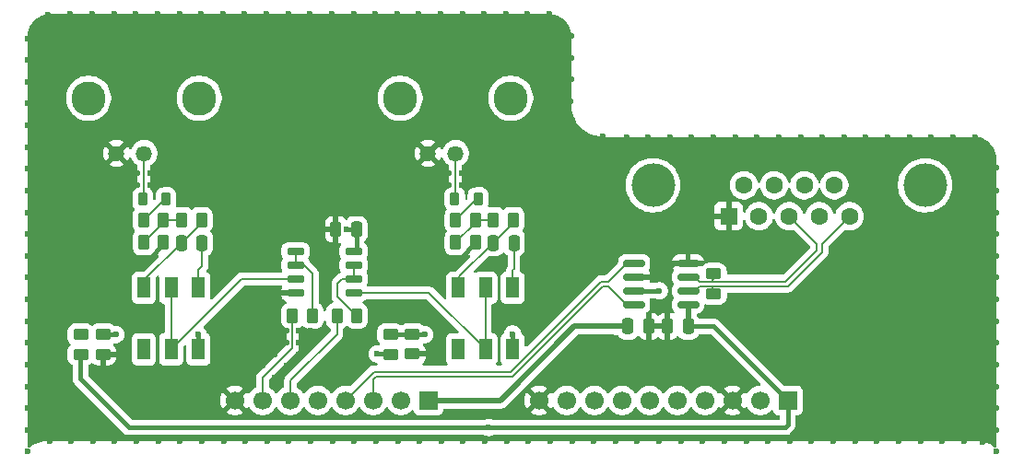
<source format=gbr>
%TF.GenerationSoftware,KiCad,Pcbnew,9.0.2*%
%TF.CreationDate,2025-07-24T16:09:36+02:00*%
%TF.ProjectId,Oscilli,4f736369-6c6c-4692-9e6b-696361645f70,rev?*%
%TF.SameCoordinates,Original*%
%TF.FileFunction,Copper,L1,Top*%
%TF.FilePolarity,Positive*%
%FSLAX46Y46*%
G04 Gerber Fmt 4.6, Leading zero omitted, Abs format (unit mm)*
G04 Created by KiCad (PCBNEW 9.0.2) date 2025-07-24 16:09:36*
%MOMM*%
%LPD*%
G01*
G04 APERTURE LIST*
G04 Aperture macros list*
%AMRoundRect*
0 Rectangle with rounded corners*
0 $1 Rounding radius*
0 $2 $3 $4 $5 $6 $7 $8 $9 X,Y pos of 4 corners*
0 Add a 4 corners polygon primitive as box body*
4,1,4,$2,$3,$4,$5,$6,$7,$8,$9,$2,$3,0*
0 Add four circle primitives for the rounded corners*
1,1,$1+$1,$2,$3*
1,1,$1+$1,$4,$5*
1,1,$1+$1,$6,$7*
1,1,$1+$1,$8,$9*
0 Add four rect primitives between the rounded corners*
20,1,$1+$1,$2,$3,$4,$5,0*
20,1,$1+$1,$4,$5,$6,$7,0*
20,1,$1+$1,$6,$7,$8,$9,0*
20,1,$1+$1,$8,$9,$2,$3,0*%
G04 Aperture macros list end*
%TA.AperFunction,SMDPad,CuDef*%
%ADD10RoundRect,0.250000X-0.250000X-0.475000X0.250000X-0.475000X0.250000X0.475000X-0.250000X0.475000X0*%
%TD*%
%TA.AperFunction,SMDPad,CuDef*%
%ADD11RoundRect,0.250000X0.262500X0.450000X-0.262500X0.450000X-0.262500X-0.450000X0.262500X-0.450000X0*%
%TD*%
%TA.AperFunction,SMDPad,CuDef*%
%ADD12RoundRect,0.250000X0.250000X0.475000X-0.250000X0.475000X-0.250000X-0.475000X0.250000X-0.475000X0*%
%TD*%
%TA.AperFunction,SMDPad,CuDef*%
%ADD13RoundRect,0.250000X-0.450000X0.262500X-0.450000X-0.262500X0.450000X-0.262500X0.450000X0.262500X0*%
%TD*%
%TA.AperFunction,SMDPad,CuDef*%
%ADD14RoundRect,0.218750X-0.218750X-0.381250X0.218750X-0.381250X0.218750X0.381250X-0.218750X0.381250X0*%
%TD*%
%TA.AperFunction,SMDPad,CuDef*%
%ADD15RoundRect,0.250000X-0.262500X-0.450000X0.262500X-0.450000X0.262500X0.450000X-0.262500X0.450000X0*%
%TD*%
%TA.AperFunction,SMDPad,CuDef*%
%ADD16RoundRect,0.250000X0.450000X-0.262500X0.450000X0.262500X-0.450000X0.262500X-0.450000X-0.262500X0*%
%TD*%
%TA.AperFunction,ComponentPad*%
%ADD17C,4.000000*%
%TD*%
%TA.AperFunction,ComponentPad*%
%ADD18R,1.600000X1.600000*%
%TD*%
%TA.AperFunction,ComponentPad*%
%ADD19C,1.600000*%
%TD*%
%TA.AperFunction,SMDPad,CuDef*%
%ADD20R,1.200000X1.950000*%
%TD*%
%TA.AperFunction,ComponentPad*%
%ADD21R,1.700000X1.700000*%
%TD*%
%TA.AperFunction,ComponentPad*%
%ADD22C,1.700000*%
%TD*%
%TA.AperFunction,ComponentPad*%
%ADD23C,1.460000*%
%TD*%
%TA.AperFunction,ComponentPad*%
%ADD24C,3.140000*%
%TD*%
%TA.AperFunction,SMDPad,CuDef*%
%ADD25RoundRect,0.150000X-0.825000X-0.150000X0.825000X-0.150000X0.825000X0.150000X-0.825000X0.150000X0*%
%TD*%
%TA.AperFunction,SMDPad,CuDef*%
%ADD26RoundRect,0.075000X-0.715000X-0.225000X0.715000X-0.225000X0.715000X0.225000X-0.715000X0.225000X0*%
%TD*%
%TA.AperFunction,ViaPad*%
%ADD27C,0.600000*%
%TD*%
%TA.AperFunction,Conductor*%
%ADD28C,0.150000*%
%TD*%
%TA.AperFunction,Conductor*%
%ADD29C,0.400000*%
%TD*%
%TA.AperFunction,Conductor*%
%ADD30C,0.500000*%
%TD*%
%TA.AperFunction,Conductor*%
%ADD31C,0.200000*%
%TD*%
G04 APERTURE END LIST*
D10*
%TO.P,C3,1*%
%TO.N,GND*%
X68815000Y-135280000D03*
%TO.P,C3,2*%
%TO.N,+3.3V*%
X70715000Y-135280000D03*
%TD*%
D11*
%TO.P,R5,1*%
%TO.N,Net-(C2-Pad2)*%
X85120000Y-134400000D03*
%TO.P,R5,2*%
%TO.N,Net-(R11-Pad1)*%
X83295000Y-134400000D03*
%TD*%
D12*
%TO.P,C4,1*%
%TO.N,GND*%
X97555000Y-144177500D03*
%TO.P,C4,2*%
%TO.N,+5V*%
X95655000Y-144177500D03*
%TD*%
D13*
%TO.P,R2,1*%
%TO.N,Net-(R2-Pad1)*%
X45370000Y-144937500D03*
%TO.P,R2,2*%
%TO.N,+3.3V*%
X45370000Y-146762500D03*
%TD*%
D11*
%TO.P,R1,1*%
%TO.N,Net-(C1-Pad2)*%
X56477500Y-134400000D03*
%TO.P,R1,2*%
%TO.N,Net-(R1-Pad2)*%
X54652500Y-134400000D03*
%TD*%
D14*
%TO.P,FB1,1*%
%TO.N,Net-(J1-In)*%
X51067500Y-132470000D03*
%TO.P,FB1,2*%
%TO.N,Net-(FB1-Pad2)*%
X53192500Y-132470000D03*
%TD*%
D15*
%TO.P,R12,1*%
%TO.N,Net-(R11-Pad1)*%
X79820000Y-136475000D03*
%TO.P,R12,2*%
%TO.N,GND*%
X81645000Y-136475000D03*
%TD*%
D16*
%TO.P,R7,1*%
%TO.N,GND*%
X75845000Y-146735000D03*
%TO.P,R7,2*%
%TO.N,Net-(R6-Pad1)*%
X75845000Y-144910000D03*
%TD*%
D11*
%TO.P,R8,1*%
%TO.N,Net-(U1B--)*%
X70740000Y-143230000D03*
%TO.P,R8,2*%
%TO.N,GPIO8*%
X68915000Y-143230000D03*
%TD*%
%TO.P,R11,1*%
%TO.N,Net-(R11-Pad1)*%
X81645000Y-134400000D03*
%TO.P,R11,2*%
%TO.N,Net-(FB2-Pad2)*%
X79820000Y-134400000D03*
%TD*%
D15*
%TO.P,R10,1*%
%TO.N,Net-(R1-Pad2)*%
X51152500Y-136475000D03*
%TO.P,R10,2*%
%TO.N,GND*%
X52977500Y-136475000D03*
%TD*%
D12*
%TO.P,C2,1*%
%TO.N,Net-(C2-Pad1)*%
X85170000Y-136500000D03*
%TO.P,C2,2*%
%TO.N,Net-(C2-Pad2)*%
X83270000Y-136500000D03*
%TD*%
D13*
%TO.P,R6,1*%
%TO.N,Net-(R6-Pad1)*%
X73820000Y-144927500D03*
%TO.P,R6,2*%
%TO.N,+3.3V*%
X73820000Y-146752500D03*
%TD*%
D17*
%TO.P,J3,0,PAD*%
%TO.N,unconnected-(J3-PAD-Pad0)*%
X122950000Y-131220000D03*
X97950000Y-131220000D03*
D18*
%TO.P,J3,1,1*%
%TO.N,GND*%
X104910000Y-134060000D03*
D19*
%TO.P,J3,2,2*%
%TO.N,unconnected-(J3-Pad2)*%
X107680000Y-134060000D03*
%TO.P,J3,3,3*%
%TO.N,/CAN_P*%
X110450000Y-134060000D03*
%TO.P,J3,4,4*%
%TO.N,unconnected-(J3-Pad4)*%
X113220000Y-134060000D03*
%TO.P,J3,5,5*%
%TO.N,/CAN_N*%
X115990000Y-134060000D03*
%TO.P,J3,6,6*%
%TO.N,unconnected-(J3-Pad6)*%
X106295000Y-131220000D03*
%TO.P,J3,7,7*%
%TO.N,unconnected-(J3-Pad7)*%
X109065000Y-131220000D03*
%TO.P,J3,8,8*%
%TO.N,unconnected-(J3-Pad8)*%
X111835000Y-131220000D03*
%TO.P,J3,9,9*%
%TO.N,unconnected-(J3-Pad9)*%
X114605000Y-131220000D03*
%TD*%
D12*
%TO.P,C5,1*%
%TO.N,+3.3V*%
X101165000Y-144195000D03*
%TO.P,C5,2*%
%TO.N,GND*%
X99265000Y-144195000D03*
%TD*%
D16*
%TO.P,R13,1*%
%TO.N,/CAN_N*%
X103525000Y-141197500D03*
%TO.P,R13,2*%
%TO.N,/CAN_P*%
X103525000Y-139372500D03*
%TD*%
D20*
%TO.P,SW2,1,A*%
%TO.N,Net-(C2-Pad1)*%
X85050000Y-140647500D03*
%TO.P,SW2,2,B*%
%TO.N,Net-(U1B-+)*%
X82550000Y-140647500D03*
%TO.P,SW2,3,C*%
%TO.N,Net-(C2-Pad2)*%
X80050000Y-140647500D03*
%TO.P,SW2,4,A*%
%TO.N,Net-(R6-Pad1)*%
X85050000Y-146297500D03*
%TO.P,SW2,5,B*%
%TO.N,Net-(U1B-+)*%
X82550000Y-146297500D03*
%TO.P,SW2,6,C*%
%TO.N,unconnected-(SW2-C-Pad6)*%
X80050000Y-146297500D03*
%TD*%
D21*
%TO.P,J5,1,Pin_1*%
%TO.N,+3.3V*%
X110330000Y-151000000D03*
D22*
%TO.P,J5,2,Pin_2*%
%TO.N,unconnected-(J5-Pin_2-Pad2)*%
X107790000Y-151000000D03*
%TO.P,J5,3,Pin_3*%
%TO.N,GND*%
X105250000Y-151000000D03*
%TO.P,J5,4,Pin_4*%
%TO.N,unconnected-(J5-Pin_4-Pad4)*%
X102710000Y-151000000D03*
%TO.P,J5,5,Pin_5*%
%TO.N,unconnected-(J5-Pin_5-Pad5)*%
X100170000Y-151000000D03*
%TO.P,J5,6,Pin_6*%
%TO.N,unconnected-(J5-Pin_6-Pad6)*%
X97630000Y-151000000D03*
%TO.P,J5,7,Pin_7*%
%TO.N,I2C2.SDA*%
X95090000Y-151000000D03*
%TO.P,J5,8,Pin_8*%
%TO.N,I2C2.SCL*%
X92550000Y-151000000D03*
%TO.P,J5,9,Pin_9*%
%TO.N,unconnected-(J5-Pin_9-Pad9)*%
X90010000Y-151000000D03*
%TO.P,J5,10,Pin_10*%
%TO.N,GND*%
X87470000Y-151000000D03*
%TD*%
D21*
%TO.P,J4,1,Pin_1*%
%TO.N,+5V*%
X77310000Y-151000000D03*
D22*
%TO.P,J4,2,Pin_2*%
%TO.N,unconnected-(J4-Pin_2-Pad2)*%
X74770000Y-151000000D03*
%TO.P,J4,3,Pin_3*%
%TO.N,UART0N*%
X72230000Y-151000000D03*
%TO.P,J4,4,Pin_4*%
%TO.N,UART0P*%
X69690000Y-151000000D03*
%TO.P,J4,5,Pin_5*%
%TO.N,GPIO3*%
X67150000Y-151000000D03*
%TO.P,J4,6,Pin_6*%
%TO.N,GPIO8*%
X64610000Y-151000000D03*
%TO.P,J4,7,Pin_7*%
%TO.N,GPIO10*%
X62070000Y-151000000D03*
%TO.P,J4,8,Pin_8*%
%TO.N,GND*%
X59530000Y-151000000D03*
%TD*%
D23*
%TO.P,J2,1,In*%
%TO.N,Net-(J2-In)*%
X79800000Y-128290000D03*
%TO.P,J2,2,Ext*%
%TO.N,GND*%
X77260000Y-128290000D03*
D24*
%TO.P,J2,3*%
%TO.N,N/C*%
X84880000Y-123210000D03*
%TO.P,J2,4*%
X74720000Y-123210000D03*
%TD*%
D11*
%TO.P,R9,1*%
%TO.N,Net-(R1-Pad2)*%
X52977500Y-134400000D03*
%TO.P,R9,2*%
%TO.N,Net-(FB1-Pad2)*%
X51152500Y-134400000D03*
%TD*%
D12*
%TO.P,C1,1*%
%TO.N,Net-(C1-Pad1)*%
X56527500Y-136500000D03*
%TO.P,C1,2*%
%TO.N,Net-(C1-Pad2)*%
X54627500Y-136500000D03*
%TD*%
D23*
%TO.P,J1,1,In*%
%TO.N,Net-(J1-In)*%
X51180000Y-128290000D03*
%TO.P,J1,2,Ext*%
%TO.N,GND*%
X48640000Y-128290000D03*
D24*
%TO.P,J1,3*%
%TO.N,N/C*%
X56260000Y-123210000D03*
%TO.P,J1,4*%
X46100000Y-123210000D03*
%TD*%
D16*
%TO.P,R3,1*%
%TO.N,GND*%
X47420000Y-146755000D03*
%TO.P,R3,2*%
%TO.N,Net-(R2-Pad1)*%
X47420000Y-144930000D03*
%TD*%
D11*
%TO.P,R4,1*%
%TO.N,Net-(U1A--)*%
X66652500Y-143205000D03*
%TO.P,R4,2*%
%TO.N,GPIO3*%
X64827500Y-143205000D03*
%TD*%
D25*
%TO.P,U2,1,TXD*%
%TO.N,UART0P*%
X96215000Y-138385000D03*
%TO.P,U2,2,GND*%
%TO.N,GND*%
X96215000Y-139655000D03*
%TO.P,U2,3,VCC*%
%TO.N,+5V*%
X96215000Y-140925000D03*
%TO.P,U2,4,RXD*%
%TO.N,UART0N*%
X96215000Y-142195000D03*
%TO.P,U2,5,VIO*%
%TO.N,+3.3V*%
X101165000Y-142195000D03*
%TO.P,U2,6,CANL*%
%TO.N,/CAN_N*%
X101165000Y-140925000D03*
%TO.P,U2,7,CANH*%
%TO.N,/CAN_P*%
X101165000Y-139655000D03*
%TO.P,U2,8,S*%
%TO.N,GND*%
X101165000Y-138385000D03*
%TD*%
D26*
%TO.P,U1,1*%
%TO.N,Net-(U1A--)*%
X65102500Y-137295000D03*
%TO.P,U1,2,-*%
X65102500Y-138565000D03*
%TO.P,U1,3,+*%
%TO.N,Net-(U1A-+)*%
X65102500Y-139835000D03*
%TO.P,U1,4,V-*%
%TO.N,GND*%
X65102500Y-141105000D03*
%TO.P,U1,5,+*%
%TO.N,Net-(U1B-+)*%
X70442500Y-141105000D03*
%TO.P,U1,6,-*%
%TO.N,Net-(U1B--)*%
X70442500Y-139835000D03*
%TO.P,U1,7*%
X70442500Y-138565000D03*
%TO.P,U1,8,V+*%
%TO.N,+3.3V*%
X70442500Y-137295000D03*
%TD*%
D20*
%TO.P,SW1,1,A*%
%TO.N,Net-(C1-Pad1)*%
X56180000Y-140647500D03*
%TO.P,SW1,2,B*%
%TO.N,Net-(U1A-+)*%
X53680000Y-140647500D03*
%TO.P,SW1,3,C*%
%TO.N,Net-(C1-Pad2)*%
X51180000Y-140647500D03*
%TO.P,SW1,4,A*%
%TO.N,Net-(R2-Pad1)*%
X56180000Y-146297500D03*
%TO.P,SW1,5,B*%
%TO.N,Net-(U1A-+)*%
X53680000Y-146297500D03*
%TO.P,SW1,6,C*%
%TO.N,unconnected-(SW1-C-Pad6)*%
X51180000Y-146297500D03*
%TD*%
D14*
%TO.P,FB2,1*%
%TO.N,Net-(J2-In)*%
X79737500Y-132470000D03*
%TO.P,FB2,2*%
%TO.N,Net-(FB2-Pad2)*%
X81862500Y-132470000D03*
%TD*%
D27*
%TO.N,+3.3V*%
X72630000Y-146730000D03*
X69815000Y-135310000D03*
X82870000Y-153490000D03*
%TO.N,GND*%
X127500000Y-126772233D03*
X69800000Y-145710000D03*
X66500000Y-154710000D03*
X98540000Y-139660000D03*
X60500000Y-154710000D03*
X53900000Y-131210000D03*
X48430000Y-115500000D03*
X74430000Y-115500000D03*
X78500000Y-154710000D03*
X58500000Y-154710000D03*
X125500000Y-126772233D03*
X65400000Y-145710000D03*
X77000000Y-133410000D03*
X70430000Y-115500000D03*
X49500000Y-135610000D03*
X44430000Y-115500000D03*
X126500000Y-154710000D03*
X88500000Y-154710000D03*
X129500000Y-147710000D03*
X97500000Y-126772233D03*
X40500000Y-147710000D03*
X77000000Y-137710000D03*
X78100000Y-130110000D03*
X56430000Y-115500000D03*
X67600000Y-148910000D03*
X81500000Y-131210000D03*
X62100000Y-145710000D03*
X67600000Y-144610000D03*
X46500000Y-154710000D03*
X67600000Y-147810000D03*
X62100000Y-147810000D03*
X90400000Y-123510000D03*
X129500000Y-137710000D03*
X63440000Y-141110000D03*
X56500000Y-154710000D03*
X121500000Y-126772233D03*
X40500000Y-127710000D03*
X51670000Y-137960000D03*
X66430000Y-115500000D03*
X78430000Y-115500000D03*
X40500000Y-121710000D03*
X60430000Y-115500000D03*
X70500000Y-154710000D03*
X69800000Y-144610000D03*
X52800000Y-131210000D03*
X68430000Y-115500000D03*
X48400000Y-135610000D03*
X42500000Y-154710000D03*
X93300000Y-126710000D03*
X46430000Y-115500000D03*
X40500000Y-139710000D03*
X129500000Y-153710000D03*
X78100000Y-132310000D03*
X129500000Y-145710000D03*
X68700000Y-148910000D03*
X51800000Y-131210000D03*
X106500000Y-154710000D03*
X49500000Y-131210000D03*
X117500000Y-126772233D03*
X90430000Y-119500000D03*
X64300000Y-145710000D03*
X68700000Y-147810000D03*
X104500000Y-154710000D03*
X40500000Y-123710000D03*
X48400000Y-132310000D03*
X90430000Y-117500000D03*
X66500000Y-144610000D03*
X40500000Y-133710000D03*
X124500000Y-154710000D03*
X40500000Y-143710000D03*
X108500000Y-154710000D03*
X40500000Y-131710000D03*
X68500000Y-154710000D03*
X80180000Y-137950000D03*
X79200000Y-130110000D03*
X113500000Y-126772233D03*
X129500000Y-151710000D03*
X63200000Y-148910000D03*
X82500000Y-154710000D03*
X52800000Y-130110000D03*
X86430000Y-115500000D03*
X49500000Y-132310000D03*
X78100000Y-133410000D03*
X72430000Y-115500000D03*
X69800000Y-148910000D03*
X40500000Y-151710000D03*
X100500000Y-154710000D03*
X129500000Y-129610000D03*
X58430000Y-115500000D03*
X63200000Y-146810000D03*
X94500000Y-154710000D03*
X40500000Y-117710000D03*
X62430000Y-115500000D03*
X90500000Y-154710000D03*
X66500000Y-145710000D03*
X118500000Y-154710000D03*
X107500000Y-126772233D03*
X105500000Y-126772233D03*
X50600000Y-131210000D03*
X48400000Y-131210000D03*
X48400000Y-133410000D03*
X129500000Y-149710000D03*
X80430000Y-115500000D03*
X84500000Y-154710000D03*
X52430000Y-115500000D03*
X129500000Y-131710000D03*
X77000000Y-131210000D03*
X63200000Y-144610000D03*
X123500000Y-126772233D03*
X49500000Y-130110000D03*
X40500000Y-145710000D03*
X110500000Y-154710000D03*
X52500000Y-154710000D03*
X82500000Y-130110000D03*
X79200000Y-131210000D03*
X50500000Y-154710000D03*
X49500000Y-134510000D03*
X69800000Y-147810000D03*
X49500000Y-133410000D03*
X78100000Y-135510000D03*
X64430000Y-115500000D03*
X101500000Y-126772233D03*
X40500000Y-119710000D03*
X64500000Y-154710000D03*
X86500000Y-154710000D03*
X115500000Y-126772233D03*
X74500000Y-154710000D03*
X77000000Y-130110000D03*
X92500000Y-154710000D03*
X48400000Y-134510000D03*
X72500000Y-154710000D03*
X129500000Y-155710000D03*
X88430000Y-115500000D03*
X40500000Y-129710000D03*
X51800000Y-130110000D03*
X66500000Y-148910000D03*
X48400000Y-136710000D03*
X48400000Y-130110000D03*
X95500000Y-126772233D03*
X78100000Y-131210000D03*
X68700000Y-146810000D03*
X80400000Y-131210000D03*
X65400000Y-146810000D03*
X40500000Y-135710000D03*
X69800000Y-146810000D03*
X65400000Y-144610000D03*
X116500000Y-154710000D03*
X96500000Y-154710000D03*
X62100000Y-144610000D03*
X111500000Y-126772233D03*
X120500000Y-154710000D03*
X129500000Y-141710000D03*
X90430000Y-121500000D03*
X82600000Y-131210000D03*
X64300000Y-144610000D03*
X49500000Y-137810000D03*
X77000000Y-134510000D03*
X50600000Y-130110000D03*
X80500000Y-154710000D03*
X49500000Y-136710000D03*
X64300000Y-147810000D03*
X84430000Y-115500000D03*
X82430000Y-115500000D03*
X78100000Y-134510000D03*
X48400000Y-137810000D03*
X114500000Y-154710000D03*
X129500000Y-133710000D03*
X103500000Y-126772233D03*
X50430000Y-115500000D03*
X76500000Y-154710000D03*
X77000000Y-132310000D03*
X129500000Y-139710000D03*
X63200000Y-145710000D03*
X40500000Y-137710000D03*
X48500000Y-154710000D03*
X42400000Y-115510000D03*
X54500000Y-154710000D03*
X78100000Y-137710000D03*
X102500000Y-154710000D03*
X99500000Y-126772233D03*
X81400000Y-130110000D03*
X122500000Y-154710000D03*
X128200000Y-154810000D03*
X129500000Y-143710000D03*
X44500000Y-154710000D03*
X40500000Y-125710000D03*
X40500000Y-155710000D03*
X77000000Y-135510000D03*
X53900000Y-130110000D03*
X109500000Y-126772233D03*
X62500000Y-154710000D03*
X78100000Y-136610000D03*
X119500000Y-126772233D03*
X77000000Y-136610000D03*
X112500000Y-154710000D03*
X129500000Y-135710000D03*
X40500000Y-153710000D03*
X40500000Y-149710000D03*
X40500000Y-141710000D03*
X98500000Y-154710000D03*
X76430000Y-115500000D03*
X54430000Y-115500000D03*
X62100000Y-146810000D03*
X80400000Y-130110000D03*
%TO.N,+5V*%
X98520000Y-140910000D03*
X94530000Y-144177500D03*
%TO.N,Net-(R2-Pad1)*%
X56150000Y-144910000D03*
X48620000Y-144930000D03*
%TO.N,Net-(R6-Pad1)*%
X76977500Y-144937500D03*
X85050000Y-144910000D03*
%TD*%
D28*
%TO.N,Net-(C1-Pad1)*%
X56527500Y-136500000D02*
X56527500Y-138632500D01*
X56180000Y-138980000D02*
X56180000Y-140647500D01*
X56527500Y-138632500D02*
X56180000Y-138980000D01*
%TO.N,Net-(C1-Pad2)*%
X56477500Y-134650000D02*
X54627500Y-136500000D01*
X54627500Y-136500000D02*
X51180000Y-139947500D01*
X56477500Y-134400000D02*
X56477500Y-134650000D01*
X51180000Y-139947500D02*
X51180000Y-140647500D01*
%TO.N,Net-(C2-Pad2)*%
X85120000Y-134650000D02*
X83270000Y-136500000D01*
X80140000Y-139630000D02*
X80130000Y-139630000D01*
X80130000Y-140567500D02*
X80050000Y-140647500D01*
X80130000Y-139630000D02*
X80130000Y-140567500D01*
X85120000Y-134400000D02*
X85120000Y-134650000D01*
X83270000Y-136500000D02*
X80140000Y-139630000D01*
%TO.N,Net-(C2-Pad1)*%
X85170000Y-138900000D02*
X85050000Y-139020000D01*
X85170000Y-136500000D02*
X85170000Y-138900000D01*
X85050000Y-139020000D02*
X85050000Y-140647500D01*
D29*
%TO.N,+3.3V*%
X69815000Y-135310000D02*
X70685000Y-135310000D01*
X110330000Y-153220000D02*
X110330000Y-151000000D01*
X110060000Y-153490000D02*
X110330000Y-153220000D01*
X70715000Y-137022500D02*
X70442500Y-137295000D01*
D30*
X101165000Y-142225000D02*
X101165000Y-144195000D01*
D29*
X49830000Y-153490000D02*
X45350000Y-149010000D01*
X70715000Y-135280000D02*
X70715000Y-137022500D01*
X82870000Y-153490000D02*
X49830000Y-153490000D01*
X103525000Y-144195000D02*
X101165000Y-144195000D01*
X72630000Y-146730000D02*
X73797500Y-146730000D01*
X45350000Y-149010000D02*
X45350000Y-146817500D01*
X73797500Y-146730000D02*
X73820000Y-146752500D01*
X82870000Y-153490000D02*
X110060000Y-153490000D01*
X110330000Y-151000000D02*
X103525000Y-144195000D01*
X70685000Y-135310000D02*
X70715000Y-135280000D01*
%TO.N,GND*%
X52977500Y-136652500D02*
X51670000Y-137960000D01*
X52977500Y-136475000D02*
X52977500Y-136652500D01*
X99815000Y-138385000D02*
X98540000Y-139660000D01*
X101165000Y-138385000D02*
X99815000Y-138385000D01*
X81645000Y-136485000D02*
X80180000Y-137950000D01*
X96215000Y-139655000D02*
X98535000Y-139655000D01*
X98535000Y-139655000D02*
X98540000Y-139660000D01*
X63445000Y-141105000D02*
X63440000Y-141110000D01*
X65102500Y-141105000D02*
X63445000Y-141105000D01*
X81645000Y-136475000D02*
X81645000Y-136485000D01*
D30*
X97555000Y-144177500D02*
X99247500Y-144177500D01*
X99247500Y-144177500D02*
X99265000Y-144195000D01*
%TO.N,+5V*%
X77310000Y-151000000D02*
X83920000Y-151000000D01*
X94530000Y-144177500D02*
X95655000Y-144177500D01*
X83920000Y-151000000D02*
X90742500Y-144177500D01*
X90742500Y-144177500D02*
X94530000Y-144177500D01*
D29*
X98505000Y-140925000D02*
X98520000Y-140910000D01*
X96215000Y-140925000D02*
X98505000Y-140925000D01*
D28*
%TO.N,Net-(J1-In)*%
X51180000Y-132357500D02*
X51180000Y-128290000D01*
X51067500Y-132470000D02*
X51180000Y-132357500D01*
%TO.N,Net-(J2-In)*%
X79800000Y-132407500D02*
X79800000Y-128290000D01*
X79737500Y-132470000D02*
X79800000Y-132407500D01*
X79804800Y-132402700D02*
X79737500Y-132470000D01*
%TO.N,Net-(R1-Pad2)*%
X52977500Y-134400000D02*
X52977500Y-134650000D01*
X52977500Y-134400000D02*
X54652500Y-134400000D01*
X52977500Y-134650000D02*
X51152500Y-136475000D01*
D29*
%TO.N,Net-(R2-Pad1)*%
X48620000Y-144930000D02*
X47420000Y-144930000D01*
X56150000Y-144910000D02*
X56150000Y-146267500D01*
X56150000Y-146267500D02*
X56180000Y-146297500D01*
D28*
%TO.N,Net-(U1A--)*%
X65892499Y-138565000D02*
X65102500Y-138565000D01*
X66652500Y-143205000D02*
X66652500Y-139325001D01*
X66652500Y-139325001D02*
X65892499Y-138565000D01*
X65102500Y-137295000D02*
X65102500Y-138565000D01*
%TO.N,Net-(R11-Pad1)*%
X81645000Y-134650000D02*
X79820000Y-136475000D01*
X81645000Y-134400000D02*
X81645000Y-134650000D01*
X81645000Y-134400000D02*
X83295000Y-134400000D01*
D29*
%TO.N,Net-(R6-Pad1)*%
X75862500Y-144927500D02*
X76977500Y-144927500D01*
X73837500Y-144910000D02*
X75845000Y-144910000D01*
X76977500Y-144927500D02*
X76977500Y-144937500D01*
X85050000Y-144910000D02*
X85050000Y-146297500D01*
X75845000Y-144910000D02*
X75862500Y-144927500D01*
D28*
%TO.N,Net-(U1B--)*%
X70740000Y-143230000D02*
X68975000Y-141465000D01*
X69395000Y-139835000D02*
X70442500Y-139835000D01*
X68975000Y-141465000D02*
X68975000Y-140255000D01*
X68975000Y-140255000D02*
X69395000Y-139835000D01*
X70442500Y-138565000D02*
X70442500Y-139835000D01*
D31*
%TO.N,/CAN_N*%
X103285000Y-140515000D02*
X103290000Y-140510000D01*
X102250000Y-140515000D02*
X103285000Y-140515000D01*
X101840000Y-140925000D02*
X102250000Y-140515000D01*
X103525000Y-140745000D02*
X103290000Y-140510000D01*
X113445001Y-136604999D02*
X113445001Y-137373197D01*
X103525000Y-141197500D02*
X103525000Y-140745000D01*
X110308198Y-140510000D02*
X103290000Y-140510000D01*
X115990000Y-134060000D02*
X113445001Y-136604999D01*
X101165000Y-140925000D02*
X101840000Y-140925000D01*
X113445001Y-137373197D02*
X110308198Y-140510000D01*
%TO.N,Net-(U1A-+)*%
X61920000Y-139835000D02*
X60142500Y-139835000D01*
X60142500Y-139835000D02*
X53680000Y-146297500D01*
X53680000Y-140647500D02*
X53680000Y-146297500D01*
X61920000Y-139835000D02*
X65102500Y-139835000D01*
D28*
%TO.N,Net-(U1B-+)*%
X82550000Y-140647500D02*
X82550000Y-146297500D01*
X70442500Y-141105000D02*
X77357500Y-141105000D01*
X77357500Y-141105000D02*
X82550000Y-146297500D01*
%TO.N,GPIO3*%
X62070000Y-148910000D02*
X62070000Y-151000000D01*
X64827500Y-146152500D02*
X62070000Y-148910000D01*
X64827500Y-143205000D02*
X64827500Y-146152500D01*
D31*
%TO.N,/CAN_P*%
X112994999Y-136604999D02*
X112994999Y-137186803D01*
X110450000Y-134060000D02*
X112994999Y-136604999D01*
X110121802Y-140060000D02*
X103310000Y-140060000D01*
X103525000Y-139372500D02*
X103525000Y-139845000D01*
X101165000Y-139655000D02*
X101840000Y-139655000D01*
X101840000Y-139655000D02*
X102250000Y-140065000D01*
X112994999Y-137186803D02*
X110121802Y-140060000D01*
X102255000Y-140060000D02*
X102250000Y-140065000D01*
X103310000Y-140060000D02*
X102255000Y-140060000D01*
X103525000Y-139845000D02*
X103310000Y-140060000D01*
D28*
%TO.N,GPIO8*%
X64610000Y-149510000D02*
X64610000Y-151000000D01*
X68915000Y-144885000D02*
X64620000Y-149180000D01*
X64620000Y-149500000D02*
X64610000Y-149510000D01*
X68915000Y-143230000D02*
X68915000Y-144885000D01*
X64620000Y-149180000D02*
X64620000Y-149500000D01*
D31*
%TO.N,UART0N*%
X93860000Y-140515000D02*
X95540000Y-142195000D01*
X85033198Y-148825000D02*
X93343198Y-140515000D01*
X95540000Y-142195000D02*
X96215000Y-142195000D01*
X72501397Y-148825000D02*
X85033198Y-148825000D01*
X72230000Y-151000000D02*
X72230000Y-149096397D01*
X72230000Y-149096397D02*
X72501397Y-148825000D01*
X93343198Y-140515000D02*
X93860000Y-140515000D01*
%TO.N,UART0P*%
X95540000Y-138385000D02*
X96215000Y-138385000D01*
X72315000Y-148375000D02*
X84846802Y-148375000D01*
X69690000Y-151000000D02*
X72315000Y-148375000D01*
X84846802Y-148375000D02*
X93156802Y-140065000D01*
X93156802Y-140065000D02*
X93860000Y-140065000D01*
X93860000Y-140065000D02*
X95540000Y-138385000D01*
D28*
%TO.N,Net-(FB1-Pad2)*%
X53082500Y-132470000D02*
X51152500Y-134400000D01*
X53192500Y-132470000D02*
X53082500Y-132470000D01*
%TO.N,Net-(FB2-Pad2)*%
X79807500Y-134387500D02*
X79820000Y-134400000D01*
X81750000Y-132470000D02*
X79820000Y-134400000D01*
X81862500Y-132470000D02*
X81750000Y-132470000D01*
%TD*%
%TA.AperFunction,Conductor*%
%TO.N,GND*%
G36*
X67872779Y-143695131D02*
G01*
X67904384Y-143757444D01*
X67905831Y-143767505D01*
X67912501Y-143832797D01*
X67912501Y-143832799D01*
X67943883Y-143927501D01*
X67967686Y-143999334D01*
X68059788Y-144148656D01*
X68183844Y-144272712D01*
X68280597Y-144332389D01*
X68287419Y-144339974D01*
X68296703Y-144344214D01*
X68310390Y-144365512D01*
X68327321Y-144384335D01*
X68329965Y-144395971D01*
X68334477Y-144402992D01*
X68339500Y-144437927D01*
X68339500Y-144595257D01*
X68319815Y-144662296D01*
X68303181Y-144682938D01*
X64249193Y-148736925D01*
X64249194Y-148736926D01*
X64159485Y-148826635D01*
X64083719Y-148957863D01*
X64044500Y-149104234D01*
X64044500Y-149380588D01*
X64040275Y-149412680D01*
X64034500Y-149434232D01*
X64034500Y-149701542D01*
X64014815Y-149768581D01*
X63966796Y-149812026D01*
X63902182Y-149844949D01*
X63730213Y-149969890D01*
X63579890Y-150120213D01*
X63454949Y-150292182D01*
X63450484Y-150300946D01*
X63402509Y-150351742D01*
X63334688Y-150368536D01*
X63268553Y-150345998D01*
X63229516Y-150300946D01*
X63225050Y-150292182D01*
X63100109Y-150120213D01*
X62949786Y-149969890D01*
X62777817Y-149844949D01*
X62713204Y-149812026D01*
X62662408Y-149764051D01*
X62645500Y-149701542D01*
X62645500Y-149199742D01*
X62665185Y-149132703D01*
X62681819Y-149112061D01*
X63984739Y-147809141D01*
X65288015Y-146505865D01*
X65363781Y-146374635D01*
X65403000Y-146228266D01*
X65403000Y-146076733D01*
X65403000Y-144412927D01*
X65422685Y-144345888D01*
X65461901Y-144307390D01*
X65558656Y-144247712D01*
X65652319Y-144154049D01*
X65713642Y-144120564D01*
X65783334Y-144125548D01*
X65827681Y-144154049D01*
X65921344Y-144247712D01*
X66070666Y-144339814D01*
X66237203Y-144394999D01*
X66339991Y-144405500D01*
X66965008Y-144405499D01*
X66965016Y-144405498D01*
X66965019Y-144405498D01*
X67021708Y-144399707D01*
X67067797Y-144394999D01*
X67234334Y-144339814D01*
X67383656Y-144247712D01*
X67507712Y-144123656D01*
X67599814Y-143974334D01*
X67654999Y-143807797D01*
X67659115Y-143767504D01*
X67685511Y-143702814D01*
X67742691Y-143662662D01*
X67812502Y-143659798D01*
X67872779Y-143695131D01*
G37*
%TD.AperFunction*%
%TA.AperFunction,Conductor*%
G36*
X77134797Y-141700185D02*
G01*
X77155439Y-141716819D01*
X80048939Y-144610319D01*
X80082424Y-144671642D01*
X80077440Y-144741334D01*
X80035568Y-144797267D01*
X79970104Y-144821684D01*
X79961258Y-144822000D01*
X79402129Y-144822000D01*
X79402123Y-144822001D01*
X79342516Y-144828408D01*
X79207671Y-144878702D01*
X79207664Y-144878706D01*
X79092455Y-144964952D01*
X79092452Y-144964955D01*
X79006206Y-145080164D01*
X79006202Y-145080171D01*
X78955908Y-145215017D01*
X78950781Y-145262710D01*
X78949501Y-145274623D01*
X78949500Y-145274635D01*
X78949500Y-147320370D01*
X78949501Y-147320376D01*
X78955908Y-147379983D01*
X79006202Y-147514828D01*
X79006206Y-147514835D01*
X79052136Y-147576189D01*
X79076554Y-147641653D01*
X79061703Y-147709926D01*
X79012298Y-147759332D01*
X78952870Y-147774500D01*
X76878023Y-147774500D01*
X76810984Y-147754815D01*
X76765229Y-147702011D01*
X76755285Y-147632853D01*
X76784310Y-147569297D01*
X76790342Y-147562819D01*
X76887315Y-147465845D01*
X76979356Y-147316624D01*
X76979358Y-147316619D01*
X77034505Y-147150197D01*
X77034506Y-147150190D01*
X77044999Y-147047486D01*
X77045000Y-147047473D01*
X77045000Y-146985000D01*
X75969000Y-146985000D01*
X75901961Y-146965315D01*
X75856206Y-146912511D01*
X75845000Y-146861000D01*
X75845000Y-146609000D01*
X75864685Y-146541961D01*
X75917489Y-146496206D01*
X75969000Y-146485000D01*
X77044999Y-146485000D01*
X77044999Y-146422528D01*
X77044998Y-146422513D01*
X77034505Y-146319802D01*
X76979358Y-146153380D01*
X76979356Y-146153375D01*
X76887315Y-146004154D01*
X76832842Y-145949681D01*
X76799357Y-145888358D01*
X76804341Y-145818666D01*
X76846213Y-145762733D01*
X76911677Y-145738316D01*
X76920523Y-145738000D01*
X77056344Y-145738000D01*
X77056345Y-145737999D01*
X77210997Y-145707237D01*
X77356679Y-145646894D01*
X77487789Y-145559289D01*
X77599289Y-145447789D01*
X77686894Y-145316679D01*
X77690004Y-145309172D01*
X77709248Y-145262712D01*
X77747237Y-145170997D01*
X77778000Y-145016342D01*
X77778000Y-144858658D01*
X77778000Y-144858655D01*
X77777999Y-144858653D01*
X77767054Y-144803628D01*
X77747237Y-144704003D01*
X77746618Y-144702509D01*
X77686897Y-144558327D01*
X77686890Y-144558314D01*
X77599289Y-144427211D01*
X77599286Y-144427207D01*
X77487792Y-144315713D01*
X77487788Y-144315710D01*
X77356685Y-144228109D01*
X77356672Y-144228102D01*
X77211001Y-144167764D01*
X77210989Y-144167761D01*
X77056345Y-144137000D01*
X77056342Y-144137000D01*
X76898658Y-144137000D01*
X76897230Y-144137000D01*
X76830191Y-144117315D01*
X76809549Y-144100681D01*
X76763657Y-144054789D01*
X76763656Y-144054788D01*
X76670888Y-143997569D01*
X76614336Y-143962687D01*
X76614331Y-143962685D01*
X76560961Y-143945000D01*
X76447797Y-143907501D01*
X76447795Y-143907500D01*
X76345010Y-143897000D01*
X75344998Y-143897000D01*
X75344980Y-143897001D01*
X75242203Y-143907500D01*
X75242200Y-143907501D01*
X75075668Y-143962685D01*
X75075663Y-143962687D01*
X74926342Y-144054789D01*
X74911431Y-144069701D01*
X74850108Y-144103186D01*
X74780416Y-144098202D01*
X74745243Y-144075597D01*
X74744319Y-144076766D01*
X74738658Y-144072290D01*
X74738656Y-144072288D01*
X74620373Y-143999331D01*
X74589336Y-143980187D01*
X74589331Y-143980185D01*
X74571665Y-143974331D01*
X74422797Y-143925001D01*
X74422795Y-143925000D01*
X74320010Y-143914500D01*
X73319998Y-143914500D01*
X73319980Y-143914501D01*
X73217203Y-143925000D01*
X73217200Y-143925001D01*
X73050668Y-143980185D01*
X73050663Y-143980187D01*
X72901342Y-144072289D01*
X72777289Y-144196342D01*
X72685187Y-144345663D01*
X72685185Y-144345668D01*
X72667277Y-144399711D01*
X72630001Y-144512203D01*
X72630001Y-144512204D01*
X72630000Y-144512204D01*
X72619500Y-144614983D01*
X72619500Y-145240001D01*
X72619501Y-145240019D01*
X72630000Y-145342796D01*
X72630001Y-145342799D01*
X72664792Y-145447789D01*
X72685186Y-145509334D01*
X72770033Y-145646894D01*
X72777289Y-145658657D01*
X72843332Y-145724700D01*
X72876817Y-145786023D01*
X72871833Y-145855715D01*
X72829961Y-145911648D01*
X72764497Y-145936065D01*
X72731462Y-145933999D01*
X72708842Y-145929500D01*
X72551158Y-145929500D01*
X72551155Y-145929500D01*
X72396510Y-145960261D01*
X72396498Y-145960264D01*
X72250827Y-146020602D01*
X72250814Y-146020609D01*
X72119711Y-146108210D01*
X72119707Y-146108213D01*
X72008213Y-146219707D01*
X72008210Y-146219711D01*
X71920609Y-146350814D01*
X71920602Y-146350827D01*
X71860264Y-146496498D01*
X71860261Y-146496510D01*
X71829500Y-146651153D01*
X71829500Y-146808846D01*
X71860261Y-146963489D01*
X71860264Y-146963501D01*
X71920602Y-147109172D01*
X71920609Y-147109185D01*
X72008210Y-147240288D01*
X72008213Y-147240292D01*
X72119707Y-147351786D01*
X72119711Y-147351789D01*
X72250814Y-147439390D01*
X72250827Y-147439397D01*
X72362964Y-147485845D01*
X72396503Y-147499737D01*
X72396507Y-147499737D01*
X72396508Y-147499738D01*
X72543026Y-147528883D01*
X72563599Y-147539644D01*
X72585873Y-147546185D01*
X72593972Y-147555532D01*
X72604937Y-147561268D01*
X72616427Y-147581446D01*
X72631628Y-147598989D01*
X72633388Y-147611231D01*
X72639511Y-147621984D01*
X72638268Y-147645169D01*
X72641572Y-147668147D01*
X72636433Y-147679399D01*
X72635771Y-147691753D01*
X72622191Y-147710583D01*
X72612547Y-147731703D01*
X72602139Y-147738391D01*
X72594904Y-147748425D01*
X72573301Y-147756924D01*
X72553769Y-147769477D01*
X72534272Y-147772280D01*
X72529886Y-147774006D01*
X72518834Y-147774500D01*
X72401670Y-147774500D01*
X72401654Y-147774499D01*
X72394058Y-147774499D01*
X72235943Y-147774499D01*
X72159579Y-147794961D01*
X72083214Y-147815423D01*
X72083209Y-147815426D01*
X71946290Y-147894475D01*
X71946282Y-147894481D01*
X70174522Y-149666241D01*
X70113199Y-149699726D01*
X70048523Y-149696491D01*
X70006245Y-149682754D01*
X69866272Y-149660584D01*
X69796287Y-149649500D01*
X69583713Y-149649500D01*
X69535042Y-149657208D01*
X69373760Y-149682753D01*
X69171585Y-149748444D01*
X68982179Y-149844951D01*
X68810213Y-149969890D01*
X68659890Y-150120213D01*
X68534949Y-150292182D01*
X68530484Y-150300946D01*
X68482509Y-150351742D01*
X68414688Y-150368536D01*
X68348553Y-150345998D01*
X68309516Y-150300946D01*
X68305050Y-150292182D01*
X68180109Y-150120213D01*
X68029786Y-149969890D01*
X67857820Y-149844951D01*
X67668414Y-149748444D01*
X67668413Y-149748443D01*
X67668412Y-149748443D01*
X67466243Y-149682754D01*
X67466241Y-149682753D01*
X67466240Y-149682753D01*
X67304957Y-149657208D01*
X67256287Y-149649500D01*
X67043713Y-149649500D01*
X66995042Y-149657208D01*
X66833760Y-149682753D01*
X66631585Y-149748444D01*
X66442179Y-149844951D01*
X66270213Y-149969890D01*
X66119890Y-150120213D01*
X65994949Y-150292182D01*
X65990484Y-150300946D01*
X65942509Y-150351742D01*
X65874688Y-150368536D01*
X65808553Y-150345998D01*
X65769516Y-150300946D01*
X65765050Y-150292182D01*
X65640109Y-150120213D01*
X65489786Y-149969890D01*
X65317817Y-149844949D01*
X65253204Y-149812026D01*
X65242140Y-149801577D01*
X65228297Y-149795255D01*
X65217255Y-149778073D01*
X65202408Y-149764051D01*
X65198166Y-149748370D01*
X65190523Y-149736477D01*
X65185500Y-149701542D01*
X65185500Y-149629412D01*
X65189725Y-149597319D01*
X65195500Y-149575767D01*
X65195500Y-149469740D01*
X65215185Y-149402701D01*
X65231814Y-149382064D01*
X69258155Y-145355722D01*
X69258160Y-145355719D01*
X69268363Y-145345515D01*
X69268365Y-145345515D01*
X69375515Y-145238365D01*
X69451281Y-145107135D01*
X69481577Y-144994069D01*
X69490500Y-144960767D01*
X69490500Y-144809234D01*
X69490500Y-144437927D01*
X69510185Y-144370888D01*
X69549401Y-144332390D01*
X69646156Y-144272712D01*
X69739819Y-144179049D01*
X69801142Y-144145564D01*
X69870834Y-144150548D01*
X69915181Y-144179049D01*
X70008844Y-144272712D01*
X70158166Y-144364814D01*
X70324703Y-144419999D01*
X70427491Y-144430500D01*
X71052508Y-144430499D01*
X71052516Y-144430498D01*
X71052519Y-144430498D01*
X71108802Y-144424748D01*
X71155297Y-144419999D01*
X71321834Y-144364814D01*
X71471156Y-144272712D01*
X71595212Y-144148656D01*
X71687314Y-143999334D01*
X71742499Y-143832797D01*
X71753000Y-143730009D01*
X71752999Y-142729992D01*
X71742499Y-142627203D01*
X71687314Y-142460666D01*
X71595212Y-142311344D01*
X71471156Y-142187288D01*
X71324211Y-142096652D01*
X71277488Y-142044705D01*
X71266265Y-141975742D01*
X71294109Y-141911660D01*
X71341855Y-141876554D01*
X71447728Y-141832700D01*
X71447729Y-141832700D01*
X71447729Y-141832699D01*
X71447733Y-141832698D01*
X71567951Y-141740451D01*
X71576729Y-141729011D01*
X71633157Y-141687810D01*
X71675103Y-141680500D01*
X77067758Y-141680500D01*
X77134797Y-141700185D01*
G37*
%TD.AperFunction*%
%TA.AperFunction,Conductor*%
G36*
X88434043Y-115500765D02*
G01*
X88682895Y-115517075D01*
X88698953Y-115519190D01*
X88906105Y-115560395D01*
X88939535Y-115567045D01*
X88955202Y-115571243D01*
X89124947Y-115628863D01*
X89187481Y-115650091D01*
X89202458Y-115656294D01*
X89411799Y-115759529D01*
X89422460Y-115764787D01*
X89436508Y-115772897D01*
X89640464Y-115909177D01*
X89653328Y-115919048D01*
X89837749Y-116080781D01*
X89849218Y-116092250D01*
X90010951Y-116276671D01*
X90020825Y-116289539D01*
X90157102Y-116493492D01*
X90165212Y-116507539D01*
X90273702Y-116727534D01*
X90279909Y-116742520D01*
X90358756Y-116974797D01*
X90362954Y-116990464D01*
X90410807Y-117231035D01*
X90412925Y-117247116D01*
X90429235Y-117495956D01*
X90429500Y-117504066D01*
X90429500Y-123698737D01*
X90429499Y-123698755D01*
X90429499Y-123720845D01*
X90429466Y-123720957D01*
X90429468Y-123929485D01*
X90429469Y-123929490D01*
X90462347Y-124242266D01*
X90462348Y-124242270D01*
X90527737Y-124549885D01*
X90527737Y-124549888D01*
X90624931Y-124849007D01*
X90752842Y-125136296D01*
X90752849Y-125136308D01*
X90910101Y-125408671D01*
X91094962Y-125663106D01*
X91094964Y-125663108D01*
X91094965Y-125663110D01*
X91305404Y-125896823D01*
X91539120Y-126107259D01*
X91539122Y-126107261D01*
X91539125Y-126107263D01*
X91793562Y-126292120D01*
X92065928Y-126449369D01*
X92353238Y-126577287D01*
X92452940Y-126609682D01*
X92652331Y-126674468D01*
X92652337Y-126674469D01*
X92652345Y-126674472D01*
X92959973Y-126739859D01*
X93272750Y-126772733D01*
X93364108Y-126772733D01*
X127434108Y-126772733D01*
X127495933Y-126772733D01*
X127504043Y-126772998D01*
X127752893Y-126789308D01*
X127768951Y-126791423D01*
X128009542Y-126839280D01*
X128025186Y-126843472D01*
X128257474Y-126922324D01*
X128272456Y-126928529D01*
X128492462Y-127037025D01*
X128506481Y-127045118D01*
X128710452Y-127181410D01*
X128723316Y-127191281D01*
X128907734Y-127353013D01*
X128919204Y-127364483D01*
X129080933Y-127548902D01*
X129090807Y-127561770D01*
X129227082Y-127765723D01*
X129235192Y-127779770D01*
X129343678Y-127999764D01*
X129349885Y-128014749D01*
X129428731Y-128247026D01*
X129432929Y-128262695D01*
X129480778Y-128503268D01*
X129482895Y-128519348D01*
X129499234Y-128768675D01*
X129499499Y-128776784D01*
X129499499Y-128848105D01*
X129499500Y-128848118D01*
X129499500Y-155210535D01*
X129479815Y-155277574D01*
X129427011Y-155323329D01*
X129357853Y-155333273D01*
X129302615Y-155310853D01*
X129136433Y-155190115D01*
X129136428Y-155190112D01*
X128864075Y-155032869D01*
X128864068Y-155032866D01*
X128576759Y-154904947D01*
X128576754Y-154904945D01*
X128576751Y-154904944D01*
X128277649Y-154807761D01*
X128277647Y-154807760D01*
X128012415Y-154751384D01*
X127970026Y-154742374D01*
X127657250Y-154709500D01*
X127565892Y-154709500D01*
X42565892Y-154709500D01*
X42500000Y-154709500D01*
X42342750Y-154709500D01*
X42029974Y-154742374D01*
X42029970Y-154742374D01*
X42029968Y-154742375D01*
X41722352Y-154807760D01*
X41722350Y-154807761D01*
X41423248Y-154904944D01*
X41135931Y-155032866D01*
X41135924Y-155032869D01*
X40863571Y-155190112D01*
X40863566Y-155190115D01*
X40697385Y-155310853D01*
X40631579Y-155334333D01*
X40563525Y-155318507D01*
X40514830Y-155268401D01*
X40500500Y-155210535D01*
X40500500Y-144624983D01*
X44169500Y-144624983D01*
X44169500Y-145250001D01*
X44169501Y-145250019D01*
X44180000Y-145352796D01*
X44180001Y-145352799D01*
X44235185Y-145519331D01*
X44235187Y-145519336D01*
X44327289Y-145668657D01*
X44420951Y-145762319D01*
X44454436Y-145823642D01*
X44449452Y-145893334D01*
X44420951Y-145937681D01*
X44327289Y-146031342D01*
X44235187Y-146180663D01*
X44235185Y-146180668D01*
X44219413Y-146228265D01*
X44180001Y-146347203D01*
X44180001Y-146347204D01*
X44180000Y-146347204D01*
X44169500Y-146449983D01*
X44169500Y-147075001D01*
X44169501Y-147075019D01*
X44180000Y-147177796D01*
X44180001Y-147177799D01*
X44226002Y-147316619D01*
X44235186Y-147344334D01*
X44327288Y-147493656D01*
X44451344Y-147617712D01*
X44590597Y-147703603D01*
X44637321Y-147755549D01*
X44649500Y-147809141D01*
X44649500Y-148941006D01*
X44649500Y-149078994D01*
X44649500Y-149078996D01*
X44649499Y-149078996D01*
X44676418Y-149214322D01*
X44676421Y-149214332D01*
X44729222Y-149341807D01*
X44805887Y-149456545D01*
X49383454Y-154034112D01*
X49498192Y-154110777D01*
X49625667Y-154163578D01*
X49625672Y-154163580D01*
X49625676Y-154163580D01*
X49625677Y-154163581D01*
X49761003Y-154190500D01*
X49761006Y-154190500D01*
X49761007Y-154190500D01*
X82444684Y-154190500D01*
X82492136Y-154199939D01*
X82636498Y-154259735D01*
X82636503Y-154259737D01*
X82791153Y-154290499D01*
X82791156Y-154290500D01*
X82791158Y-154290500D01*
X82948844Y-154290500D01*
X82948845Y-154290499D01*
X83103497Y-154259737D01*
X83178963Y-154228478D01*
X83247864Y-154199939D01*
X83295316Y-154190500D01*
X110128996Y-154190500D01*
X110220040Y-154172389D01*
X110264328Y-154163580D01*
X110328069Y-154137177D01*
X110391807Y-154110777D01*
X110391808Y-154110776D01*
X110391811Y-154110775D01*
X110506543Y-154034114D01*
X110874114Y-153666543D01*
X110950775Y-153551811D01*
X111003580Y-153424328D01*
X111030500Y-153288994D01*
X111030500Y-153151006D01*
X111030500Y-152474499D01*
X111050185Y-152407460D01*
X111102989Y-152361705D01*
X111154500Y-152350499D01*
X111227871Y-152350499D01*
X111227872Y-152350499D01*
X111287483Y-152344091D01*
X111422331Y-152293796D01*
X111537546Y-152207546D01*
X111623796Y-152092331D01*
X111674091Y-151957483D01*
X111680500Y-151897873D01*
X111680499Y-150102128D01*
X111674091Y-150042517D01*
X111672810Y-150039083D01*
X111623797Y-149907671D01*
X111623793Y-149907664D01*
X111537547Y-149792455D01*
X111537544Y-149792452D01*
X111422335Y-149706206D01*
X111422328Y-149706202D01*
X111287482Y-149655908D01*
X111287483Y-149655908D01*
X111227883Y-149649501D01*
X111227881Y-149649500D01*
X111227873Y-149649500D01*
X111227865Y-149649500D01*
X110021519Y-149649500D01*
X109954480Y-149629815D01*
X109933838Y-149613181D01*
X103971546Y-143650888D01*
X103971545Y-143650887D01*
X103856807Y-143574222D01*
X103729332Y-143521421D01*
X103729322Y-143521418D01*
X103593996Y-143494500D01*
X103593994Y-143494500D01*
X103593993Y-143494500D01*
X102220449Y-143494500D01*
X102153410Y-143474815D01*
X102107655Y-143422011D01*
X102102744Y-143409507D01*
X102099814Y-143400667D01*
X102099814Y-143400666D01*
X102007712Y-143251344D01*
X101963549Y-143207181D01*
X101930064Y-143145858D01*
X101935048Y-143076166D01*
X101976920Y-143020233D01*
X102042384Y-142995816D01*
X102051230Y-142995500D01*
X102055686Y-142995500D01*
X102055694Y-142995500D01*
X102092569Y-142992598D01*
X102092571Y-142992597D01*
X102092573Y-142992597D01*
X102159736Y-142973084D01*
X102250398Y-142946744D01*
X102391865Y-142863081D01*
X102508081Y-142746865D01*
X102591744Y-142605398D01*
X102637598Y-142447569D01*
X102640500Y-142410694D01*
X102640500Y-142278371D01*
X102660185Y-142211332D01*
X102712989Y-142165577D01*
X102782147Y-142155633D01*
X102803493Y-142160662D01*
X102922203Y-142199999D01*
X103024991Y-142210500D01*
X104025008Y-142210499D01*
X104025016Y-142210498D01*
X104025019Y-142210498D01*
X104098399Y-142203002D01*
X104127797Y-142199999D01*
X104294334Y-142144814D01*
X104443656Y-142052712D01*
X104567712Y-141928656D01*
X104659814Y-141779334D01*
X104714999Y-141612797D01*
X104725500Y-141510009D01*
X104725499Y-141234498D01*
X104745183Y-141167461D01*
X104797987Y-141121706D01*
X104849499Y-141110500D01*
X110221529Y-141110500D01*
X110221545Y-141110501D01*
X110229141Y-141110501D01*
X110387252Y-141110501D01*
X110387255Y-141110501D01*
X110539983Y-141069577D01*
X110590102Y-141040639D01*
X110676914Y-140990520D01*
X110788718Y-140878716D01*
X110788718Y-140878714D01*
X110798926Y-140868507D01*
X110798928Y-140868504D01*
X113803507Y-137863925D01*
X113803512Y-137863921D01*
X113813715Y-137853717D01*
X113813717Y-137853717D01*
X113925521Y-137741913D01*
X114004578Y-137604981D01*
X114034535Y-137493178D01*
X114045501Y-137452255D01*
X114045501Y-137294140D01*
X114045501Y-136905095D01*
X114065186Y-136838056D01*
X114081815Y-136817419D01*
X115545158Y-135354075D01*
X115606479Y-135320592D01*
X115671151Y-135323825D01*
X115685466Y-135328477D01*
X115887648Y-135360500D01*
X115887649Y-135360500D01*
X116092351Y-135360500D01*
X116092352Y-135360500D01*
X116294534Y-135328477D01*
X116489219Y-135265220D01*
X116671610Y-135172287D01*
X116768234Y-135102086D01*
X116837213Y-135051971D01*
X116837215Y-135051968D01*
X116837219Y-135051966D01*
X116981966Y-134907219D01*
X116981968Y-134907215D01*
X116981971Y-134907213D01*
X117092549Y-134755013D01*
X117102287Y-134741610D01*
X117195220Y-134559219D01*
X117258477Y-134364534D01*
X117290500Y-134162352D01*
X117290500Y-133957648D01*
X117269346Y-133824089D01*
X117258477Y-133755465D01*
X117216593Y-133626560D01*
X117195220Y-133560781D01*
X117195218Y-133560778D01*
X117195218Y-133560776D01*
X117151859Y-133475681D01*
X117102287Y-133378390D01*
X117086956Y-133357288D01*
X116981971Y-133212786D01*
X116837213Y-133068028D01*
X116671613Y-132947715D01*
X116671612Y-132947714D01*
X116671610Y-132947713D01*
X116583487Y-132902812D01*
X116489223Y-132854781D01*
X116294534Y-132791522D01*
X116119995Y-132763878D01*
X116092352Y-132759500D01*
X115887648Y-132759500D01*
X115863329Y-132763351D01*
X115685465Y-132791522D01*
X115490776Y-132854781D01*
X115308386Y-132947715D01*
X115142786Y-133068028D01*
X114998028Y-133212786D01*
X114877715Y-133378386D01*
X114784781Y-133560776D01*
X114722931Y-133751131D01*
X114683493Y-133808806D01*
X114619134Y-133836004D01*
X114550288Y-133824089D01*
X114498812Y-133776845D01*
X114487069Y-133751131D01*
X114435618Y-133592784D01*
X114425220Y-133560781D01*
X114425218Y-133560778D01*
X114425218Y-133560776D01*
X114381859Y-133475681D01*
X114332287Y-133378390D01*
X114316956Y-133357288D01*
X114211971Y-133212786D01*
X114067213Y-133068028D01*
X113901613Y-132947715D01*
X113901612Y-132947714D01*
X113901610Y-132947713D01*
X113813487Y-132902812D01*
X113719223Y-132854781D01*
X113524534Y-132791522D01*
X113349995Y-132763878D01*
X113322352Y-132759500D01*
X113117648Y-132759500D01*
X113093329Y-132763351D01*
X112915465Y-132791522D01*
X112720776Y-132854781D01*
X112538386Y-132947715D01*
X112372786Y-133068028D01*
X112228028Y-133212786D01*
X112107715Y-133378386D01*
X112014781Y-133560776D01*
X111952931Y-133751131D01*
X111913493Y-133808806D01*
X111849134Y-133836004D01*
X111780288Y-133824089D01*
X111728812Y-133776845D01*
X111717069Y-133751131D01*
X111665618Y-133592784D01*
X111655220Y-133560781D01*
X111655218Y-133560778D01*
X111655218Y-133560776D01*
X111611859Y-133475681D01*
X111562287Y-133378390D01*
X111546956Y-133357288D01*
X111441971Y-133212786D01*
X111297213Y-133068028D01*
X111131613Y-132947715D01*
X111131612Y-132947714D01*
X111131610Y-132947713D01*
X111043487Y-132902812D01*
X110949223Y-132854781D01*
X110754534Y-132791522D01*
X110579995Y-132763878D01*
X110552352Y-132759500D01*
X110347648Y-132759500D01*
X110323329Y-132763351D01*
X110145465Y-132791522D01*
X109950776Y-132854781D01*
X109768386Y-132947715D01*
X109602786Y-133068028D01*
X109458028Y-133212786D01*
X109337715Y-133378386D01*
X109244781Y-133560776D01*
X109182931Y-133751131D01*
X109143493Y-133808806D01*
X109079134Y-133836004D01*
X109010288Y-133824089D01*
X108958812Y-133776845D01*
X108947069Y-133751131D01*
X108895618Y-133592784D01*
X108885220Y-133560781D01*
X108885218Y-133560778D01*
X108885218Y-133560776D01*
X108841859Y-133475681D01*
X108792287Y-133378390D01*
X108776956Y-133357288D01*
X108671971Y-133212786D01*
X108527213Y-133068028D01*
X108361613Y-132947715D01*
X108361612Y-132947714D01*
X108361610Y-132947713D01*
X108273487Y-132902812D01*
X108179223Y-132854781D01*
X107984534Y-132791522D01*
X107809995Y-132763878D01*
X107782352Y-132759500D01*
X107577648Y-132759500D01*
X107553329Y-132763351D01*
X107375465Y-132791522D01*
X107180776Y-132854781D01*
X106998386Y-132947715D01*
X106832786Y-133068028D01*
X106688028Y-133212786D01*
X106567715Y-133378386D01*
X106474781Y-133560776D01*
X106451931Y-133631103D01*
X106412493Y-133688778D01*
X106348134Y-133715976D01*
X106279288Y-133704061D01*
X106227812Y-133656816D01*
X106210000Y-133592784D01*
X106210000Y-133212172D01*
X106209999Y-133212155D01*
X106203598Y-133152627D01*
X106203596Y-133152620D01*
X106153354Y-133017913D01*
X106153350Y-133017906D01*
X106067190Y-132902812D01*
X106067187Y-132902809D01*
X105952093Y-132816649D01*
X105952086Y-132816645D01*
X105817379Y-132766403D01*
X105817372Y-132766401D01*
X105757844Y-132760000D01*
X105160000Y-132760000D01*
X105160000Y-133626988D01*
X105102993Y-133594075D01*
X104975826Y-133560000D01*
X104844174Y-133560000D01*
X104717007Y-133594075D01*
X104660000Y-133626988D01*
X104660000Y-132760000D01*
X104062155Y-132760000D01*
X104002627Y-132766401D01*
X104002620Y-132766403D01*
X103867913Y-132816645D01*
X103867906Y-132816649D01*
X103752812Y-132902809D01*
X103752809Y-132902812D01*
X103666649Y-133017906D01*
X103666645Y-133017913D01*
X103616403Y-133152620D01*
X103616401Y-133152627D01*
X103610000Y-133212155D01*
X103610000Y-133810000D01*
X104476988Y-133810000D01*
X104444075Y-133867007D01*
X104410000Y-133994174D01*
X104410000Y-134125826D01*
X104444075Y-134252993D01*
X104476988Y-134310000D01*
X103610000Y-134310000D01*
X103610000Y-134907844D01*
X103616401Y-134967372D01*
X103616403Y-134967379D01*
X103666645Y-135102086D01*
X103666649Y-135102093D01*
X103752809Y-135217187D01*
X103752812Y-135217190D01*
X103867906Y-135303350D01*
X103867913Y-135303354D01*
X104002620Y-135353596D01*
X104002627Y-135353598D01*
X104062155Y-135359999D01*
X104062172Y-135360000D01*
X104660000Y-135360000D01*
X104660000Y-134493012D01*
X104717007Y-134525925D01*
X104844174Y-134560000D01*
X104975826Y-134560000D01*
X105102993Y-134525925D01*
X105160000Y-134493012D01*
X105160000Y-135360000D01*
X105757828Y-135360000D01*
X105757844Y-135359999D01*
X105817372Y-135353598D01*
X105817379Y-135353596D01*
X105952086Y-135303354D01*
X105952093Y-135303350D01*
X106067187Y-135217190D01*
X106067190Y-135217187D01*
X106153350Y-135102093D01*
X106153354Y-135102086D01*
X106203596Y-134967379D01*
X106203598Y-134967372D01*
X106209999Y-134907844D01*
X106210000Y-134907827D01*
X106210000Y-134527215D01*
X106229685Y-134460176D01*
X106282489Y-134414421D01*
X106351647Y-134404477D01*
X106415203Y-134433502D01*
X106451931Y-134488896D01*
X106474781Y-134559223D01*
X106567715Y-134741613D01*
X106688028Y-134907213D01*
X106832786Y-135051971D01*
X106987749Y-135164556D01*
X106998390Y-135172287D01*
X107086517Y-135217190D01*
X107180776Y-135265218D01*
X107180778Y-135265218D01*
X107180781Y-135265220D01*
X107285137Y-135299127D01*
X107375465Y-135328477D01*
X107425287Y-135336368D01*
X107577648Y-135360500D01*
X107577649Y-135360500D01*
X107782351Y-135360500D01*
X107782352Y-135360500D01*
X107984534Y-135328477D01*
X108179219Y-135265220D01*
X108361610Y-135172287D01*
X108458234Y-135102086D01*
X108527213Y-135051971D01*
X108527215Y-135051968D01*
X108527219Y-135051966D01*
X108671966Y-134907219D01*
X108671968Y-134907215D01*
X108671971Y-134907213D01*
X108782549Y-134755013D01*
X108792287Y-134741610D01*
X108885220Y-134559219D01*
X108947069Y-134368868D01*
X108986507Y-134311193D01*
X109050866Y-134283995D01*
X109119712Y-134295910D01*
X109171188Y-134343154D01*
X109182931Y-134368868D01*
X109244781Y-134559223D01*
X109337715Y-134741613D01*
X109458028Y-134907213D01*
X109602786Y-135051971D01*
X109757749Y-135164556D01*
X109768390Y-135172287D01*
X109856517Y-135217190D01*
X109950776Y-135265218D01*
X109950778Y-135265218D01*
X109950781Y-135265220D01*
X110055137Y-135299127D01*
X110145465Y-135328477D01*
X110195287Y-135336368D01*
X110347648Y-135360500D01*
X110347649Y-135360500D01*
X110552351Y-135360500D01*
X110552352Y-135360500D01*
X110754534Y-135328477D01*
X110768842Y-135323827D01*
X110838682Y-135321831D01*
X110894842Y-135354077D01*
X112348985Y-136808220D01*
X112382470Y-136869543D01*
X112377486Y-136939235D01*
X112348985Y-136983582D01*
X109909386Y-139423181D01*
X109848063Y-139456666D01*
X109821705Y-139459500D01*
X104849500Y-139459500D01*
X104782461Y-139439815D01*
X104736706Y-139387011D01*
X104725500Y-139335500D01*
X104725499Y-139059999D01*
X104725498Y-139059980D01*
X104714999Y-138957203D01*
X104714998Y-138957200D01*
X104697447Y-138904234D01*
X104659814Y-138790666D01*
X104567712Y-138641344D01*
X104443656Y-138517288D01*
X104350888Y-138460069D01*
X104294336Y-138425187D01*
X104294331Y-138425185D01*
X104247887Y-138409795D01*
X104127797Y-138370001D01*
X104127795Y-138370000D01*
X104025010Y-138359500D01*
X103024998Y-138359500D01*
X103024980Y-138359501D01*
X102922203Y-138370000D01*
X102922200Y-138370001D01*
X102755668Y-138425185D01*
X102755663Y-138425187D01*
X102606342Y-138517289D01*
X102524951Y-138598681D01*
X102463628Y-138632166D01*
X102437270Y-138635000D01*
X99692705Y-138635000D01*
X99692704Y-138635001D01*
X99692899Y-138637486D01*
X99738718Y-138795198D01*
X99822314Y-138936552D01*
X99827100Y-138942722D01*
X99824640Y-138944629D01*
X99851210Y-138993288D01*
X99846226Y-139062980D01*
X99825162Y-139095781D01*
X99826699Y-139096974D01*
X99821915Y-139103140D01*
X99738255Y-139244603D01*
X99738254Y-139244606D01*
X99692402Y-139402426D01*
X99692401Y-139402432D01*
X99689500Y-139439298D01*
X99689500Y-139870701D01*
X99692401Y-139907567D01*
X99692402Y-139907573D01*
X99738254Y-140065393D01*
X99738255Y-140065396D01*
X99821917Y-140206862D01*
X99826702Y-140213031D01*
X99824256Y-140214927D01*
X99850857Y-140263642D01*
X99845873Y-140333334D01*
X99825069Y-140365703D01*
X99826702Y-140366969D01*
X99821917Y-140373137D01*
X99738255Y-140514603D01*
X99738254Y-140514606D01*
X99692402Y-140672426D01*
X99692401Y-140672432D01*
X99689500Y-140709298D01*
X99689500Y-141140701D01*
X99692401Y-141177567D01*
X99692402Y-141177573D01*
X99738254Y-141335393D01*
X99738255Y-141335396D01*
X99738256Y-141335398D01*
X99770094Y-141389234D01*
X99821917Y-141476862D01*
X99826702Y-141483031D01*
X99824256Y-141484927D01*
X99850857Y-141533642D01*
X99845873Y-141603334D01*
X99825069Y-141635703D01*
X99826702Y-141636969D01*
X99821917Y-141643137D01*
X99738255Y-141784603D01*
X99738254Y-141784606D01*
X99692402Y-141942426D01*
X99692401Y-141942432D01*
X99689500Y-141979298D01*
X99689500Y-142410701D01*
X99692401Y-142447567D01*
X99692402Y-142447573D01*
X99738254Y-142605393D01*
X99738255Y-142605396D01*
X99738256Y-142605398D01*
X99751152Y-142627204D01*
X99821917Y-142746862D01*
X99821923Y-142746870D01*
X99877804Y-142802751D01*
X99911289Y-142864074D01*
X99906305Y-142933766D01*
X99864433Y-142989699D01*
X99798969Y-143014116D01*
X99751119Y-143008138D01*
X99667697Y-142980494D01*
X99667690Y-142980493D01*
X99564986Y-142970000D01*
X99515000Y-142970000D01*
X99515000Y-145419999D01*
X99564972Y-145419999D01*
X99564986Y-145419998D01*
X99667697Y-145409505D01*
X99834119Y-145354358D01*
X99834124Y-145354356D01*
X99983345Y-145262315D01*
X100107318Y-145138342D01*
X100109165Y-145135348D01*
X100110969Y-145133724D01*
X100111798Y-145132677D01*
X100111976Y-145132818D01*
X100161110Y-145088621D01*
X100230073Y-145077396D01*
X100294156Y-145105236D01*
X100320243Y-145135341D01*
X100322288Y-145138656D01*
X100446344Y-145262712D01*
X100595666Y-145354814D01*
X100762203Y-145409999D01*
X100864991Y-145420500D01*
X101465008Y-145420499D01*
X101465016Y-145420498D01*
X101465019Y-145420498D01*
X101521302Y-145414748D01*
X101567797Y-145409999D01*
X101734334Y-145354814D01*
X101883656Y-145262712D01*
X102007712Y-145138656D01*
X102099814Y-144989334D01*
X102101757Y-144983468D01*
X102102744Y-144980493D01*
X102142518Y-144923049D01*
X102207035Y-144896228D01*
X102220449Y-144895500D01*
X103183481Y-144895500D01*
X103250520Y-144915185D01*
X103271162Y-144931819D01*
X107777162Y-149437819D01*
X107810647Y-149499142D01*
X107805663Y-149568834D01*
X107763791Y-149624767D01*
X107698327Y-149649184D01*
X107689481Y-149649500D01*
X107683713Y-149649500D01*
X107635042Y-149657208D01*
X107473760Y-149682753D01*
X107271585Y-149748444D01*
X107082179Y-149844951D01*
X106910213Y-149969890D01*
X106759890Y-150120213D01*
X106634949Y-150292182D01*
X106630202Y-150301499D01*
X106582227Y-150352293D01*
X106514405Y-150369087D01*
X106448271Y-150346548D01*
X106409234Y-150301495D01*
X106404626Y-150292452D01*
X106365270Y-150238282D01*
X106365269Y-150238282D01*
X105732962Y-150870590D01*
X105715925Y-150807007D01*
X105650099Y-150692993D01*
X105557007Y-150599901D01*
X105442993Y-150534075D01*
X105379409Y-150517037D01*
X106011716Y-149884728D01*
X105957550Y-149845375D01*
X105768217Y-149748904D01*
X105566129Y-149683242D01*
X105356246Y-149650000D01*
X105143754Y-149650000D01*
X104933872Y-149683242D01*
X104933869Y-149683242D01*
X104731782Y-149748904D01*
X104542439Y-149845380D01*
X104488282Y-149884727D01*
X104488282Y-149884728D01*
X105120591Y-150517037D01*
X105057007Y-150534075D01*
X104942993Y-150599901D01*
X104849901Y-150692993D01*
X104784075Y-150807007D01*
X104767037Y-150870591D01*
X104134728Y-150238282D01*
X104134727Y-150238282D01*
X104095380Y-150292440D01*
X104095376Y-150292446D01*
X104090760Y-150301505D01*
X104042781Y-150352297D01*
X103974959Y-150369087D01*
X103908826Y-150346543D01*
X103869794Y-150301493D01*
X103865051Y-150292184D01*
X103865049Y-150292181D01*
X103865048Y-150292179D01*
X103740109Y-150120213D01*
X103589786Y-149969890D01*
X103417820Y-149844951D01*
X103228414Y-149748444D01*
X103228413Y-149748443D01*
X103228412Y-149748443D01*
X103026243Y-149682754D01*
X103026241Y-149682753D01*
X103026240Y-149682753D01*
X102864957Y-149657208D01*
X102816287Y-149649500D01*
X102603713Y-149649500D01*
X102555042Y-149657208D01*
X102393760Y-149682753D01*
X102191585Y-149748444D01*
X102002179Y-149844951D01*
X101830213Y-149969890D01*
X101679890Y-150120213D01*
X101554949Y-150292182D01*
X101550484Y-150300946D01*
X101502509Y-150351742D01*
X101434688Y-150368536D01*
X101368553Y-150345998D01*
X101329516Y-150300946D01*
X101325050Y-150292182D01*
X101200109Y-150120213D01*
X101049786Y-149969890D01*
X100877820Y-149844951D01*
X100688414Y-149748444D01*
X100688413Y-149748443D01*
X100688412Y-149748443D01*
X100486243Y-149682754D01*
X100486241Y-149682753D01*
X100486240Y-149682753D01*
X100324957Y-149657208D01*
X100276287Y-149649500D01*
X100063713Y-149649500D01*
X100015042Y-149657208D01*
X99853760Y-149682753D01*
X99651585Y-149748444D01*
X99462179Y-149844951D01*
X99290213Y-149969890D01*
X99139890Y-150120213D01*
X99014949Y-150292182D01*
X99010484Y-150300946D01*
X98962509Y-150351742D01*
X98894688Y-150368536D01*
X98828553Y-150345998D01*
X98789516Y-150300946D01*
X98785050Y-150292182D01*
X98660109Y-150120213D01*
X98509786Y-149969890D01*
X98337820Y-149844951D01*
X98148414Y-149748444D01*
X98148413Y-149748443D01*
X98148412Y-149748443D01*
X97946243Y-149682754D01*
X97946241Y-149682753D01*
X97946240Y-149682753D01*
X97784957Y-149657208D01*
X97736287Y-149649500D01*
X97523713Y-149649500D01*
X97475042Y-149657208D01*
X97313760Y-149682753D01*
X97111585Y-149748444D01*
X96922179Y-149844951D01*
X96750213Y-149969890D01*
X96599890Y-150120213D01*
X96474949Y-150292182D01*
X96470484Y-150300946D01*
X96422509Y-150351742D01*
X96354688Y-150368536D01*
X96288553Y-150345998D01*
X96249516Y-150300946D01*
X96245050Y-150292182D01*
X96120109Y-150120213D01*
X95969786Y-149969890D01*
X95797820Y-149844951D01*
X95608414Y-149748444D01*
X95608413Y-149748443D01*
X95608412Y-149748443D01*
X95406243Y-149682754D01*
X95406241Y-149682753D01*
X95406240Y-149682753D01*
X95244957Y-149657208D01*
X95196287Y-149649500D01*
X94983713Y-149649500D01*
X94935042Y-149657208D01*
X94773760Y-149682753D01*
X94571585Y-149748444D01*
X94382179Y-149844951D01*
X94210213Y-149969890D01*
X94059890Y-150120213D01*
X93934949Y-150292182D01*
X93930484Y-150300946D01*
X93882509Y-150351742D01*
X93814688Y-150368536D01*
X93748553Y-150345998D01*
X93709516Y-150300946D01*
X93705050Y-150292182D01*
X93580109Y-150120213D01*
X93429786Y-149969890D01*
X93257820Y-149844951D01*
X93068414Y-149748444D01*
X93068413Y-149748443D01*
X93068412Y-149748443D01*
X92866243Y-149682754D01*
X92866241Y-149682753D01*
X92866240Y-149682753D01*
X92704957Y-149657208D01*
X92656287Y-149649500D01*
X92443713Y-149649500D01*
X92395042Y-149657208D01*
X92233760Y-149682753D01*
X92031585Y-149748444D01*
X91842179Y-149844951D01*
X91670213Y-149969890D01*
X91519890Y-150120213D01*
X91394949Y-150292182D01*
X91390484Y-150300946D01*
X91342509Y-150351742D01*
X91274688Y-150368536D01*
X91208553Y-150345998D01*
X91169516Y-150300946D01*
X91165050Y-150292182D01*
X91040109Y-150120213D01*
X90889786Y-149969890D01*
X90717820Y-149844951D01*
X90528414Y-149748444D01*
X90528413Y-149748443D01*
X90528412Y-149748443D01*
X90326243Y-149682754D01*
X90326241Y-149682753D01*
X90326240Y-149682753D01*
X90164957Y-149657208D01*
X90116287Y-149649500D01*
X89903713Y-149649500D01*
X89855042Y-149657208D01*
X89693760Y-149682753D01*
X89491585Y-149748444D01*
X89302179Y-149844951D01*
X89130213Y-149969890D01*
X88979890Y-150120213D01*
X88854949Y-150292182D01*
X88850202Y-150301499D01*
X88802227Y-150352293D01*
X88734405Y-150369087D01*
X88668271Y-150346548D01*
X88629234Y-150301495D01*
X88624626Y-150292452D01*
X88585270Y-150238282D01*
X88585269Y-150238282D01*
X87952962Y-150870590D01*
X87935925Y-150807007D01*
X87870099Y-150692993D01*
X87777007Y-150599901D01*
X87662993Y-150534075D01*
X87599409Y-150517037D01*
X88231716Y-149884728D01*
X88177550Y-149845375D01*
X87988217Y-149748904D01*
X87786129Y-149683242D01*
X87576246Y-149650000D01*
X87363754Y-149650000D01*
X87153872Y-149683242D01*
X87153869Y-149683242D01*
X86951782Y-149748904D01*
X86762439Y-149845380D01*
X86708282Y-149884727D01*
X86708282Y-149884728D01*
X87340591Y-150517037D01*
X87277007Y-150534075D01*
X87162993Y-150599901D01*
X87069901Y-150692993D01*
X87004075Y-150807007D01*
X86987037Y-150870591D01*
X86354728Y-150238282D01*
X86354727Y-150238282D01*
X86315380Y-150292439D01*
X86218904Y-150481782D01*
X86153242Y-150683869D01*
X86153242Y-150683872D01*
X86120000Y-150893753D01*
X86120000Y-151106246D01*
X86153242Y-151316127D01*
X86153242Y-151316130D01*
X86218904Y-151518217D01*
X86315375Y-151707550D01*
X86354728Y-151761716D01*
X86987037Y-151129408D01*
X87004075Y-151192993D01*
X87069901Y-151307007D01*
X87162993Y-151400099D01*
X87277007Y-151465925D01*
X87340590Y-151482962D01*
X86708282Y-152115269D01*
X86708282Y-152115270D01*
X86762449Y-152154624D01*
X86951782Y-152251095D01*
X87153870Y-152316757D01*
X87363754Y-152350000D01*
X87576246Y-152350000D01*
X87786127Y-152316757D01*
X87786130Y-152316757D01*
X87988217Y-152251095D01*
X88177554Y-152154622D01*
X88231716Y-152115270D01*
X88231717Y-152115270D01*
X87599408Y-151482962D01*
X87662993Y-151465925D01*
X87777007Y-151400099D01*
X87870099Y-151307007D01*
X87935925Y-151192993D01*
X87952962Y-151129409D01*
X88585270Y-151761717D01*
X88585270Y-151761716D01*
X88624622Y-151707555D01*
X88629232Y-151698507D01*
X88677205Y-151647709D01*
X88745025Y-151630912D01*
X88811161Y-151653447D01*
X88850204Y-151698504D01*
X88854949Y-151707817D01*
X88979890Y-151879786D01*
X89130213Y-152030109D01*
X89302179Y-152155048D01*
X89302181Y-152155049D01*
X89302184Y-152155051D01*
X89491588Y-152251557D01*
X89693757Y-152317246D01*
X89903713Y-152350500D01*
X89903714Y-152350500D01*
X90116286Y-152350500D01*
X90116287Y-152350500D01*
X90326243Y-152317246D01*
X90528412Y-152251557D01*
X90717816Y-152155051D01*
X90804138Y-152092335D01*
X90889786Y-152030109D01*
X90889788Y-152030106D01*
X90889792Y-152030104D01*
X91040104Y-151879792D01*
X91040106Y-151879788D01*
X91040109Y-151879786D01*
X91165048Y-151707820D01*
X91165047Y-151707820D01*
X91165051Y-151707816D01*
X91169514Y-151699054D01*
X91217488Y-151648259D01*
X91285308Y-151631463D01*
X91351444Y-151653999D01*
X91390486Y-151699056D01*
X91394951Y-151707820D01*
X91519890Y-151879786D01*
X91670213Y-152030109D01*
X91842179Y-152155048D01*
X91842181Y-152155049D01*
X91842184Y-152155051D01*
X92031588Y-152251557D01*
X92233757Y-152317246D01*
X92443713Y-152350500D01*
X92443714Y-152350500D01*
X92656286Y-152350500D01*
X92656287Y-152350500D01*
X92866243Y-152317246D01*
X93068412Y-152251557D01*
X93257816Y-152155051D01*
X93344138Y-152092335D01*
X93429786Y-152030109D01*
X93429788Y-152030106D01*
X93429792Y-152030104D01*
X93580104Y-151879792D01*
X93580106Y-151879788D01*
X93580109Y-151879786D01*
X93705048Y-151707820D01*
X93705047Y-151707820D01*
X93705051Y-151707816D01*
X93709514Y-151699054D01*
X93757488Y-151648259D01*
X93825308Y-151631463D01*
X93891444Y-151653999D01*
X93930486Y-151699056D01*
X93934951Y-151707820D01*
X94059890Y-151879786D01*
X94210213Y-152030109D01*
X94382179Y-152155048D01*
X94382181Y-152155049D01*
X94382184Y-152155051D01*
X94571588Y-152251557D01*
X94773757Y-152317246D01*
X94983713Y-152350500D01*
X94983714Y-152350500D01*
X95196286Y-152350500D01*
X95196287Y-152350500D01*
X95406243Y-152317246D01*
X95608412Y-152251557D01*
X95797816Y-152155051D01*
X95884138Y-152092335D01*
X95969786Y-152030109D01*
X95969788Y-152030106D01*
X95969792Y-152030104D01*
X96120104Y-151879792D01*
X96120106Y-151879788D01*
X96120109Y-151879786D01*
X96245048Y-151707820D01*
X96245047Y-151707820D01*
X96245051Y-151707816D01*
X96249514Y-151699054D01*
X96297488Y-151648259D01*
X96365308Y-151631463D01*
X96431444Y-151653999D01*
X96470486Y-151699056D01*
X96474951Y-151707820D01*
X96599890Y-151879786D01*
X96750213Y-152030109D01*
X96922179Y-152155048D01*
X96922181Y-152155049D01*
X96922184Y-152155051D01*
X97111588Y-152251557D01*
X97313757Y-152317246D01*
X97523713Y-152350500D01*
X97523714Y-152350500D01*
X97736286Y-152350500D01*
X97736287Y-152350500D01*
X97946243Y-152317246D01*
X98148412Y-152251557D01*
X98337816Y-152155051D01*
X98424138Y-152092335D01*
X98509786Y-152030109D01*
X98509788Y-152030106D01*
X98509792Y-152030104D01*
X98660104Y-151879792D01*
X98660106Y-151879788D01*
X98660109Y-151879786D01*
X98785048Y-151707820D01*
X98785047Y-151707820D01*
X98785051Y-151707816D01*
X98789514Y-151699054D01*
X98837488Y-151648259D01*
X98905308Y-151631463D01*
X98971444Y-151653999D01*
X99010486Y-151699056D01*
X99014951Y-151707820D01*
X99139890Y-151879786D01*
X99290213Y-152030109D01*
X99462179Y-152155048D01*
X99462181Y-152155049D01*
X99462184Y-152155051D01*
X99651588Y-152251557D01*
X99853757Y-152317246D01*
X100063713Y-152350500D01*
X100063714Y-152350500D01*
X100276286Y-152350500D01*
X100276287Y-152350500D01*
X100486243Y-152317246D01*
X100688412Y-152251557D01*
X100877816Y-152155051D01*
X100964138Y-152092335D01*
X101049786Y-152030109D01*
X101049788Y-152030106D01*
X101049792Y-152030104D01*
X101200104Y-151879792D01*
X101200106Y-151879788D01*
X101200109Y-151879786D01*
X101325048Y-151707820D01*
X101325047Y-151707820D01*
X101325051Y-151707816D01*
X101329514Y-151699054D01*
X101377488Y-151648259D01*
X101445308Y-151631463D01*
X101511444Y-151653999D01*
X101550486Y-151699056D01*
X101554951Y-151707820D01*
X101679890Y-151879786D01*
X101830213Y-152030109D01*
X102002179Y-152155048D01*
X102002181Y-152155049D01*
X102002184Y-152155051D01*
X102191588Y-152251557D01*
X102393757Y-152317246D01*
X102603713Y-152350500D01*
X102603714Y-152350500D01*
X102816286Y-152350500D01*
X102816287Y-152350500D01*
X103026243Y-152317246D01*
X103228412Y-152251557D01*
X103417816Y-152155051D01*
X103504138Y-152092335D01*
X103589786Y-152030109D01*
X103589788Y-152030106D01*
X103589792Y-152030104D01*
X103740104Y-151879792D01*
X103740106Y-151879788D01*
X103740109Y-151879786D01*
X103825890Y-151761717D01*
X103865051Y-151707816D01*
X103869793Y-151698508D01*
X103917763Y-151647711D01*
X103985583Y-151630911D01*
X104051719Y-151653445D01*
X104090763Y-151698500D01*
X104095373Y-151707547D01*
X104134728Y-151761716D01*
X104767037Y-151129408D01*
X104784075Y-151192993D01*
X104849901Y-151307007D01*
X104942993Y-151400099D01*
X105057007Y-151465925D01*
X105120590Y-151482962D01*
X104488282Y-152115269D01*
X104488282Y-152115270D01*
X104542449Y-152154624D01*
X104731782Y-152251095D01*
X104933870Y-152316757D01*
X105143754Y-152350000D01*
X105356246Y-152350000D01*
X105566127Y-152316757D01*
X105566130Y-152316757D01*
X105768217Y-152251095D01*
X105957554Y-152154622D01*
X106011716Y-152115270D01*
X106011717Y-152115270D01*
X105379408Y-151482962D01*
X105442993Y-151465925D01*
X105557007Y-151400099D01*
X105650099Y-151307007D01*
X105715925Y-151192993D01*
X105732962Y-151129408D01*
X106365270Y-151761717D01*
X106365270Y-151761716D01*
X106404622Y-151707555D01*
X106409232Y-151698507D01*
X106457205Y-151647709D01*
X106525025Y-151630912D01*
X106591161Y-151653447D01*
X106630204Y-151698504D01*
X106634949Y-151707817D01*
X106759890Y-151879786D01*
X106910213Y-152030109D01*
X107082179Y-152155048D01*
X107082181Y-152155049D01*
X107082184Y-152155051D01*
X107271588Y-152251557D01*
X107473757Y-152317246D01*
X107683713Y-152350500D01*
X107683714Y-152350500D01*
X107896286Y-152350500D01*
X107896287Y-152350500D01*
X108106243Y-152317246D01*
X108308412Y-152251557D01*
X108497816Y-152155051D01*
X108584147Y-152092328D01*
X108669784Y-152030110D01*
X108669784Y-152030109D01*
X108669792Y-152030104D01*
X108783329Y-151916566D01*
X108844648Y-151883084D01*
X108914340Y-151888068D01*
X108970274Y-151929939D01*
X108987189Y-151960917D01*
X109036202Y-152092328D01*
X109036206Y-152092335D01*
X109122452Y-152207544D01*
X109122455Y-152207547D01*
X109237664Y-152293793D01*
X109237671Y-152293797D01*
X109282618Y-152310561D01*
X109372517Y-152344091D01*
X109432127Y-152350500D01*
X109505500Y-152350499D01*
X109514184Y-152353049D01*
X109523147Y-152351761D01*
X109547186Y-152362739D01*
X109572538Y-152370183D01*
X109578466Y-152377024D01*
X109586703Y-152380786D01*
X109600989Y-152403016D01*
X109618294Y-152422986D01*
X109620581Y-152433502D01*
X109624477Y-152439564D01*
X109629500Y-152474499D01*
X109629500Y-152665500D01*
X109609815Y-152732539D01*
X109557011Y-152778294D01*
X109505500Y-152789500D01*
X83295316Y-152789500D01*
X83247864Y-152780061D01*
X83103501Y-152720264D01*
X83103489Y-152720261D01*
X82948845Y-152689500D01*
X82948842Y-152689500D01*
X82791158Y-152689500D01*
X82791155Y-152689500D01*
X82636510Y-152720261D01*
X82636498Y-152720264D01*
X82492136Y-152780061D01*
X82444684Y-152789500D01*
X50171519Y-152789500D01*
X50104480Y-152769815D01*
X50083838Y-152753181D01*
X46086819Y-148756162D01*
X46053334Y-148694839D01*
X46050500Y-148668481D01*
X46050500Y-147828792D01*
X46070185Y-147761753D01*
X46122989Y-147715998D01*
X46135499Y-147711085D01*
X46139331Y-147709815D01*
X46139331Y-147709814D01*
X46139334Y-147709814D01*
X46288656Y-147617712D01*
X46311421Y-147594946D01*
X46372741Y-147561461D01*
X46442432Y-147566443D01*
X46486784Y-147594945D01*
X46501654Y-147609815D01*
X46650875Y-147701856D01*
X46650880Y-147701858D01*
X46817302Y-147757005D01*
X46817309Y-147757006D01*
X46920019Y-147767499D01*
X47169999Y-147767499D01*
X47670000Y-147767499D01*
X47919972Y-147767499D01*
X47919986Y-147767498D01*
X48022697Y-147757005D01*
X48189119Y-147701858D01*
X48189124Y-147701856D01*
X48338345Y-147609815D01*
X48462315Y-147485845D01*
X48554356Y-147336624D01*
X48554358Y-147336619D01*
X48609505Y-147170197D01*
X48609506Y-147170190D01*
X48619999Y-147067486D01*
X48620000Y-147067473D01*
X48620000Y-147005000D01*
X47670000Y-147005000D01*
X47670000Y-147767499D01*
X47169999Y-147767499D01*
X47170000Y-147767498D01*
X47170000Y-146879000D01*
X47189685Y-146811961D01*
X47242489Y-146766206D01*
X47294000Y-146755000D01*
X47420000Y-146755000D01*
X47420000Y-146629000D01*
X47439685Y-146561961D01*
X47492489Y-146516206D01*
X47544000Y-146505000D01*
X48619999Y-146505000D01*
X48619999Y-146442528D01*
X48619998Y-146442513D01*
X48609505Y-146339802D01*
X48554358Y-146173380D01*
X48554356Y-146173375D01*
X48462315Y-146024154D01*
X48368695Y-145930534D01*
X48364350Y-145922577D01*
X48357093Y-145917142D01*
X48347867Y-145892391D01*
X48335210Y-145869211D01*
X48335856Y-145860167D01*
X48332690Y-145851672D01*
X48338309Y-145825865D01*
X48340194Y-145799519D01*
X48346021Y-145790453D01*
X48347557Y-145783403D01*
X48368712Y-145755155D01*
X48371041Y-145752827D01*
X48432371Y-145719355D01*
X48482893Y-145718910D01*
X48541158Y-145730500D01*
X48698844Y-145730500D01*
X48698845Y-145730499D01*
X48853497Y-145699737D01*
X48999179Y-145639394D01*
X49130289Y-145551789D01*
X49241789Y-145440289D01*
X49329394Y-145309179D01*
X49329397Y-145309172D01*
X49343703Y-145274635D01*
X50079500Y-145274635D01*
X50079500Y-147320370D01*
X50079501Y-147320376D01*
X50085908Y-147379983D01*
X50136202Y-147514828D01*
X50136206Y-147514835D01*
X50222452Y-147630044D01*
X50222455Y-147630047D01*
X50337664Y-147716293D01*
X50337671Y-147716297D01*
X50472517Y-147766591D01*
X50472516Y-147766591D01*
X50479444Y-147767335D01*
X50532127Y-147773000D01*
X51827872Y-147772999D01*
X51887483Y-147766591D01*
X52022331Y-147716296D01*
X52137546Y-147630046D01*
X52223796Y-147514831D01*
X52274091Y-147379983D01*
X52280500Y-147320373D01*
X52280499Y-145274628D01*
X52274091Y-145215017D01*
X52270202Y-145204591D01*
X52223797Y-145080171D01*
X52223793Y-145080164D01*
X52137547Y-144964955D01*
X52137544Y-144964952D01*
X52022335Y-144878706D01*
X52022328Y-144878702D01*
X51887482Y-144828408D01*
X51887483Y-144828408D01*
X51827883Y-144822001D01*
X51827881Y-144822000D01*
X51827873Y-144822000D01*
X51827864Y-144822000D01*
X50532129Y-144822000D01*
X50532123Y-144822001D01*
X50472516Y-144828408D01*
X50337671Y-144878702D01*
X50337664Y-144878706D01*
X50222455Y-144964952D01*
X50222452Y-144964955D01*
X50136206Y-145080164D01*
X50136202Y-145080171D01*
X50085908Y-145215017D01*
X50080781Y-145262710D01*
X50079501Y-145274623D01*
X50079500Y-145274635D01*
X49343703Y-145274635D01*
X49364737Y-145223854D01*
X49386630Y-145170997D01*
X49389737Y-145163497D01*
X49420500Y-145008842D01*
X49420500Y-144851158D01*
X49420500Y-144851155D01*
X49420499Y-144851153D01*
X49415975Y-144828408D01*
X49389737Y-144696503D01*
X49389735Y-144696498D01*
X49329397Y-144550827D01*
X49329390Y-144550814D01*
X49241789Y-144419711D01*
X49241786Y-144419707D01*
X49130292Y-144308213D01*
X49130288Y-144308210D01*
X48999185Y-144220609D01*
X48999172Y-144220602D01*
X48853501Y-144160264D01*
X48853489Y-144160261D01*
X48698845Y-144129500D01*
X48698842Y-144129500D01*
X48541158Y-144129500D01*
X48541155Y-144129500D01*
X48482893Y-144141089D01*
X48413302Y-144134862D01*
X48371021Y-144107153D01*
X48338657Y-144074789D01*
X48338656Y-144074788D01*
X48189334Y-143982686D01*
X48022797Y-143927501D01*
X48022795Y-143927500D01*
X47920010Y-143917000D01*
X46919998Y-143917000D01*
X46919980Y-143917001D01*
X46817203Y-143927500D01*
X46817200Y-143927501D01*
X46650668Y-143982685D01*
X46650663Y-143982687D01*
X46501342Y-144074789D01*
X46478931Y-144097201D01*
X46417608Y-144130686D01*
X46347916Y-144125702D01*
X46303569Y-144097201D01*
X46288657Y-144082289D01*
X46288656Y-144082288D01*
X46154169Y-143999336D01*
X46139336Y-143990187D01*
X46139331Y-143990185D01*
X46137862Y-143989698D01*
X45972797Y-143935001D01*
X45972795Y-143935000D01*
X45870010Y-143924500D01*
X44869998Y-143924500D01*
X44869980Y-143924501D01*
X44767203Y-143935000D01*
X44767200Y-143935001D01*
X44600668Y-143990185D01*
X44600663Y-143990187D01*
X44451342Y-144082289D01*
X44327289Y-144206342D01*
X44235187Y-144355663D01*
X44235185Y-144355668D01*
X44210389Y-144430498D01*
X44180001Y-144522203D01*
X44180001Y-144522204D01*
X44180000Y-144522204D01*
X44169500Y-144624983D01*
X40500500Y-144624983D01*
X40500500Y-128193197D01*
X47410000Y-128193197D01*
X47410000Y-128386802D01*
X47440286Y-128578022D01*
X47500116Y-128762158D01*
X47588011Y-128934662D01*
X47610638Y-128965806D01*
X47610639Y-128965806D01*
X48169284Y-128407161D01*
X48188052Y-128477203D01*
X48251903Y-128587797D01*
X48342203Y-128678097D01*
X48452797Y-128741948D01*
X48522837Y-128760715D01*
X47964192Y-129319358D01*
X47964192Y-129319359D01*
X47995343Y-129341991D01*
X48167841Y-129429883D01*
X48351977Y-129489713D01*
X48543198Y-129520000D01*
X48736802Y-129520000D01*
X48928022Y-129489713D01*
X49112158Y-129429883D01*
X49284652Y-129341993D01*
X49284665Y-129341985D01*
X49315806Y-129319360D01*
X49315807Y-129319359D01*
X48757163Y-128760715D01*
X48827203Y-128741948D01*
X48937797Y-128678097D01*
X49028097Y-128587797D01*
X49091948Y-128477203D01*
X49110715Y-128407163D01*
X49669359Y-128965807D01*
X49669360Y-128965806D01*
X49691985Y-128934665D01*
X49691993Y-128934652D01*
X49779882Y-128762160D01*
X49791804Y-128725469D01*
X49831241Y-128667793D01*
X49895599Y-128640593D01*
X49964446Y-128652507D01*
X50015922Y-128699750D01*
X50027666Y-128725464D01*
X50039651Y-128762349D01*
X50078259Y-128838121D01*
X50127582Y-128934923D01*
X50241427Y-129091617D01*
X50378383Y-129228573D01*
X50535077Y-129342418D01*
X50536787Y-129343289D01*
X50537318Y-129343791D01*
X50539225Y-129344959D01*
X50538979Y-129345359D01*
X50587585Y-129391257D01*
X50604500Y-129453777D01*
X50604500Y-131325133D01*
X50584815Y-131392172D01*
X50545597Y-131430671D01*
X50399612Y-131520716D01*
X50399608Y-131520719D01*
X50280719Y-131639608D01*
X50280716Y-131639612D01*
X50192455Y-131782704D01*
X50192451Y-131782713D01*
X50139564Y-131942315D01*
X50139564Y-131942316D01*
X50139563Y-131942316D01*
X50129500Y-132040818D01*
X50129500Y-132899181D01*
X50139563Y-132997683D01*
X50192450Y-133157284D01*
X50192455Y-133157295D01*
X50280716Y-133300387D01*
X50280719Y-133300391D01*
X50291843Y-133311515D01*
X50325328Y-133372838D01*
X50320344Y-133442530D01*
X50301433Y-133476101D01*
X50297291Y-133481339D01*
X50205187Y-133630663D01*
X50205185Y-133630668D01*
X50185838Y-133689054D01*
X50150001Y-133797203D01*
X50150001Y-133797204D01*
X50150000Y-133797204D01*
X50139500Y-133899983D01*
X50139500Y-134900001D01*
X50139501Y-134900019D01*
X50150000Y-135002796D01*
X50150001Y-135002799D01*
X50205185Y-135169331D01*
X50205187Y-135169336D01*
X50207007Y-135172287D01*
X50295005Y-135314955D01*
X50297289Y-135318657D01*
X50328451Y-135349819D01*
X50361936Y-135411142D01*
X50356952Y-135480834D01*
X50328451Y-135525181D01*
X50297289Y-135556342D01*
X50205187Y-135705663D01*
X50205186Y-135705666D01*
X50150001Y-135872203D01*
X50150001Y-135872204D01*
X50150000Y-135872204D01*
X50139500Y-135974983D01*
X50139500Y-136975001D01*
X50139501Y-136975019D01*
X50150000Y-137077796D01*
X50150001Y-137077799D01*
X50205185Y-137244331D01*
X50205187Y-137244336D01*
X50235906Y-137294140D01*
X50297288Y-137393656D01*
X50421344Y-137517712D01*
X50570666Y-137609814D01*
X50737203Y-137664999D01*
X50839991Y-137675500D01*
X51465008Y-137675499D01*
X51465016Y-137675498D01*
X51465019Y-137675498D01*
X51521302Y-137669748D01*
X51567797Y-137664999D01*
X51734334Y-137609814D01*
X51883656Y-137517712D01*
X51977675Y-137423692D01*
X52038994Y-137390210D01*
X52108686Y-137395194D01*
X52153034Y-137423695D01*
X52246654Y-137517315D01*
X52395875Y-137609356D01*
X52395878Y-137609357D01*
X52436677Y-137622877D01*
X52494121Y-137662650D01*
X52520944Y-137727166D01*
X52508629Y-137795942D01*
X52485353Y-137828264D01*
X51177937Y-139135681D01*
X51116614Y-139169166D01*
X51090256Y-139172000D01*
X50532129Y-139172000D01*
X50532123Y-139172001D01*
X50472516Y-139178408D01*
X50337671Y-139228702D01*
X50337664Y-139228706D01*
X50222455Y-139314952D01*
X50222452Y-139314955D01*
X50136206Y-139430164D01*
X50136202Y-139430171D01*
X50085908Y-139565017D01*
X50079507Y-139624560D01*
X50079501Y-139624623D01*
X50079500Y-139624635D01*
X50079500Y-141670370D01*
X50079501Y-141670376D01*
X50085908Y-141729983D01*
X50136202Y-141864828D01*
X50136206Y-141864835D01*
X50222452Y-141980044D01*
X50222455Y-141980047D01*
X50337664Y-142066293D01*
X50337671Y-142066297D01*
X50472517Y-142116591D01*
X50472516Y-142116591D01*
X50479444Y-142117335D01*
X50532127Y-142123000D01*
X51827872Y-142122999D01*
X51887483Y-142116591D01*
X52022331Y-142066296D01*
X52137546Y-141980046D01*
X52223796Y-141864831D01*
X52274091Y-141729983D01*
X52280500Y-141670373D01*
X52280499Y-139712240D01*
X52289143Y-139682800D01*
X52295667Y-139652814D01*
X52299421Y-139647798D01*
X52300184Y-139645202D01*
X52316813Y-139624565D01*
X52367821Y-139573557D01*
X52429142Y-139540074D01*
X52498834Y-139545058D01*
X52554767Y-139586930D01*
X52579184Y-139652394D01*
X52579500Y-139661240D01*
X52579500Y-141670370D01*
X52579501Y-141670376D01*
X52585908Y-141729983D01*
X52636202Y-141864828D01*
X52636206Y-141864835D01*
X52722452Y-141980044D01*
X52722455Y-141980047D01*
X52837664Y-142066293D01*
X52837671Y-142066297D01*
X52972517Y-142116591D01*
X52980062Y-142118374D01*
X52979523Y-142120651D01*
X53033287Y-142142908D01*
X53073147Y-142200293D01*
X53079500Y-142239475D01*
X53079500Y-144705523D01*
X53059815Y-144772562D01*
X53007011Y-144818317D01*
X52979865Y-144825766D01*
X52980068Y-144826624D01*
X52972520Y-144828407D01*
X52837671Y-144878702D01*
X52837664Y-144878706D01*
X52722455Y-144964952D01*
X52722452Y-144964955D01*
X52636206Y-145080164D01*
X52636202Y-145080171D01*
X52585908Y-145215017D01*
X52580781Y-145262710D01*
X52579501Y-145274623D01*
X52579500Y-145274635D01*
X52579500Y-147320370D01*
X52579501Y-147320376D01*
X52585908Y-147379983D01*
X52636202Y-147514828D01*
X52636206Y-147514835D01*
X52722452Y-147630044D01*
X52722455Y-147630047D01*
X52837664Y-147716293D01*
X52837671Y-147716297D01*
X52972517Y-147766591D01*
X52972516Y-147766591D01*
X52979444Y-147767335D01*
X53032127Y-147773000D01*
X54327872Y-147772999D01*
X54387483Y-147766591D01*
X54522331Y-147716296D01*
X54637546Y-147630046D01*
X54723796Y-147514831D01*
X54774091Y-147379983D01*
X54780500Y-147320373D01*
X54780499Y-146097595D01*
X54789143Y-146068155D01*
X54795667Y-146038169D01*
X54799421Y-146033153D01*
X54800184Y-146030557D01*
X54816813Y-146009920D01*
X54867821Y-145958912D01*
X54929142Y-145925429D01*
X54998834Y-145930413D01*
X55054767Y-145972285D01*
X55079184Y-146037749D01*
X55079500Y-146046595D01*
X55079500Y-147320370D01*
X55079501Y-147320376D01*
X55085908Y-147379983D01*
X55136202Y-147514828D01*
X55136206Y-147514835D01*
X55222452Y-147630044D01*
X55222455Y-147630047D01*
X55337664Y-147716293D01*
X55337671Y-147716297D01*
X55472517Y-147766591D01*
X55472516Y-147766591D01*
X55479444Y-147767335D01*
X55532127Y-147773000D01*
X56827872Y-147772999D01*
X56887483Y-147766591D01*
X57022331Y-147716296D01*
X57137546Y-147630046D01*
X57223796Y-147514831D01*
X57274091Y-147379983D01*
X57280500Y-147320373D01*
X57280499Y-145274628D01*
X57274091Y-145215017D01*
X57270202Y-145204591D01*
X57223797Y-145080171D01*
X57223793Y-145080164D01*
X57170401Y-145008842D01*
X57137546Y-144964954D01*
X57022331Y-144878704D01*
X57019748Y-144877740D01*
X57017543Y-144876090D01*
X57014544Y-144874452D01*
X57014779Y-144874020D01*
X56963816Y-144835869D01*
X56941468Y-144785751D01*
X56925509Y-144705523D01*
X56919737Y-144676503D01*
X56917724Y-144671642D01*
X56859397Y-144530827D01*
X56859390Y-144530814D01*
X56771789Y-144399711D01*
X56771786Y-144399707D01*
X56687087Y-144315008D01*
X56653602Y-144253685D01*
X56658586Y-144183993D01*
X56687085Y-144139648D01*
X60354916Y-140471819D01*
X60416239Y-140438334D01*
X60442597Y-140435500D01*
X61840943Y-140435500D01*
X63763663Y-140435500D01*
X63830702Y-140455185D01*
X63876457Y-140507989D01*
X63886401Y-140577147D01*
X63878224Y-140606952D01*
X63827301Y-140729891D01*
X63827300Y-140729895D01*
X63812500Y-140842302D01*
X63812500Y-140855000D01*
X64978500Y-140855000D01*
X65045539Y-140874685D01*
X65091294Y-140927489D01*
X65102500Y-140979000D01*
X65102500Y-141231000D01*
X65082815Y-141298039D01*
X65030011Y-141343794D01*
X64978500Y-141355000D01*
X63812500Y-141355000D01*
X63812500Y-141367697D01*
X63827300Y-141480104D01*
X63827301Y-141480108D01*
X63885236Y-141619978D01*
X63977405Y-141740094D01*
X64097521Y-141832263D01*
X64192879Y-141871761D01*
X64247283Y-141915601D01*
X64269348Y-141981895D01*
X64252069Y-142049595D01*
X64210524Y-142091860D01*
X64096347Y-142162285D01*
X64096343Y-142162288D01*
X63972289Y-142286342D01*
X63880187Y-142435663D01*
X63880185Y-142435668D01*
X63876240Y-142447573D01*
X63825001Y-142602203D01*
X63825001Y-142602204D01*
X63825000Y-142602204D01*
X63814500Y-142704983D01*
X63814500Y-143705001D01*
X63814501Y-143705019D01*
X63825000Y-143807796D01*
X63825001Y-143807799D01*
X63880185Y-143974331D01*
X63880187Y-143974336D01*
X63889964Y-143990187D01*
X63972288Y-144123656D01*
X64096344Y-144247712D01*
X64193097Y-144307389D01*
X64239821Y-144359335D01*
X64252000Y-144412927D01*
X64252000Y-145862758D01*
X64232315Y-145929797D01*
X64215681Y-145950439D01*
X61609487Y-148556632D01*
X61609485Y-148556635D01*
X61533719Y-148687863D01*
X61494500Y-148834234D01*
X61494500Y-149701542D01*
X61474815Y-149768581D01*
X61426796Y-149812026D01*
X61362182Y-149844949D01*
X61190213Y-149969890D01*
X61039890Y-150120213D01*
X60914949Y-150292182D01*
X60910202Y-150301499D01*
X60862227Y-150352293D01*
X60794405Y-150369087D01*
X60728271Y-150346548D01*
X60689234Y-150301495D01*
X60684626Y-150292452D01*
X60645270Y-150238282D01*
X60645269Y-150238282D01*
X60012962Y-150870590D01*
X59995925Y-150807007D01*
X59930099Y-150692993D01*
X59837007Y-150599901D01*
X59722993Y-150534075D01*
X59659409Y-150517037D01*
X60291716Y-149884728D01*
X60237550Y-149845375D01*
X60048217Y-149748904D01*
X59846129Y-149683242D01*
X59636246Y-149650000D01*
X59423754Y-149650000D01*
X59213872Y-149683242D01*
X59213869Y-149683242D01*
X59011782Y-149748904D01*
X58822439Y-149845380D01*
X58768282Y-149884727D01*
X58768282Y-149884728D01*
X59400591Y-150517037D01*
X59337007Y-150534075D01*
X59222993Y-150599901D01*
X59129901Y-150692993D01*
X59064075Y-150807007D01*
X59047037Y-150870591D01*
X58414728Y-150238282D01*
X58414727Y-150238282D01*
X58375380Y-150292439D01*
X58278904Y-150481782D01*
X58213242Y-150683869D01*
X58213242Y-150683872D01*
X58180000Y-150893753D01*
X58180000Y-151106246D01*
X58213242Y-151316127D01*
X58213242Y-151316130D01*
X58278904Y-151518217D01*
X58375375Y-151707550D01*
X58414728Y-151761716D01*
X59047037Y-151129408D01*
X59064075Y-151192993D01*
X59129901Y-151307007D01*
X59222993Y-151400099D01*
X59337007Y-151465925D01*
X59400590Y-151482962D01*
X58768282Y-152115269D01*
X58768282Y-152115270D01*
X58822449Y-152154624D01*
X59011782Y-152251095D01*
X59213870Y-152316757D01*
X59423754Y-152350000D01*
X59636246Y-152350000D01*
X59846127Y-152316757D01*
X59846130Y-152316757D01*
X60048217Y-152251095D01*
X60237554Y-152154622D01*
X60291716Y-152115270D01*
X60291717Y-152115270D01*
X59659408Y-151482962D01*
X59722993Y-151465925D01*
X59837007Y-151400099D01*
X59930099Y-151307007D01*
X59995925Y-151192993D01*
X60012962Y-151129408D01*
X60645270Y-151761717D01*
X60645270Y-151761716D01*
X60684622Y-151707555D01*
X60689232Y-151698507D01*
X60737205Y-151647709D01*
X60805025Y-151630912D01*
X60871161Y-151653447D01*
X60910204Y-151698504D01*
X60914949Y-151707817D01*
X61039890Y-151879786D01*
X61190213Y-152030109D01*
X61362179Y-152155048D01*
X61362181Y-152155049D01*
X61362184Y-152155051D01*
X61551588Y-152251557D01*
X61753757Y-152317246D01*
X61963713Y-152350500D01*
X61963714Y-152350500D01*
X62176286Y-152350500D01*
X62176287Y-152350500D01*
X62386243Y-152317246D01*
X62588412Y-152251557D01*
X62777816Y-152155051D01*
X62864138Y-152092335D01*
X62949786Y-152030109D01*
X62949788Y-152030106D01*
X62949792Y-152030104D01*
X63100104Y-151879792D01*
X63100106Y-151879788D01*
X63100109Y-151879786D01*
X63225048Y-151707820D01*
X63225047Y-151707820D01*
X63225051Y-151707816D01*
X63229514Y-151699054D01*
X63277488Y-151648259D01*
X63345308Y-151631463D01*
X63411444Y-151653999D01*
X63450486Y-151699056D01*
X63454951Y-151707820D01*
X63579890Y-151879786D01*
X63730213Y-152030109D01*
X63902179Y-152155048D01*
X63902181Y-152155049D01*
X63902184Y-152155051D01*
X64091588Y-152251557D01*
X64293757Y-152317246D01*
X64503713Y-152350500D01*
X64503714Y-152350500D01*
X64716286Y-152350500D01*
X64716287Y-152350500D01*
X64926243Y-152317246D01*
X65128412Y-152251557D01*
X65317816Y-152155051D01*
X65404138Y-152092335D01*
X65489786Y-152030109D01*
X65489788Y-152030106D01*
X65489792Y-152030104D01*
X65640104Y-151879792D01*
X65640106Y-151879788D01*
X65640109Y-151879786D01*
X65765048Y-151707820D01*
X65765047Y-151707820D01*
X65765051Y-151707816D01*
X65769514Y-151699054D01*
X65817488Y-151648259D01*
X65885308Y-151631463D01*
X65951444Y-151653999D01*
X65990486Y-151699056D01*
X65994951Y-151707820D01*
X66119890Y-151879786D01*
X66270213Y-152030109D01*
X66442179Y-152155048D01*
X66442181Y-152155049D01*
X66442184Y-152155051D01*
X66631588Y-152251557D01*
X66833757Y-152317246D01*
X67043713Y-152350500D01*
X67043714Y-152350500D01*
X67256286Y-152350500D01*
X67256287Y-152350500D01*
X67466243Y-152317246D01*
X67668412Y-152251557D01*
X67857816Y-152155051D01*
X67944138Y-152092335D01*
X68029786Y-152030109D01*
X68029788Y-152030106D01*
X68029792Y-152030104D01*
X68180104Y-151879792D01*
X68180106Y-151879788D01*
X68180109Y-151879786D01*
X68305048Y-151707820D01*
X68305047Y-151707820D01*
X68305051Y-151707816D01*
X68309514Y-151699054D01*
X68357488Y-151648259D01*
X68425308Y-151631463D01*
X68491444Y-151653999D01*
X68530486Y-151699056D01*
X68534951Y-151707820D01*
X68659890Y-151879786D01*
X68810213Y-152030109D01*
X68982179Y-152155048D01*
X68982181Y-152155049D01*
X68982184Y-152155051D01*
X69171588Y-152251557D01*
X69373757Y-152317246D01*
X69583713Y-152350500D01*
X69583714Y-152350500D01*
X69796286Y-152350500D01*
X69796287Y-152350500D01*
X70006243Y-152317246D01*
X70208412Y-152251557D01*
X70397816Y-152155051D01*
X70484138Y-152092335D01*
X70569786Y-152030109D01*
X70569788Y-152030106D01*
X70569792Y-152030104D01*
X70720104Y-151879792D01*
X70720106Y-151879788D01*
X70720109Y-151879786D01*
X70845048Y-151707820D01*
X70845047Y-151707820D01*
X70845051Y-151707816D01*
X70849514Y-151699054D01*
X70897488Y-151648259D01*
X70965308Y-151631463D01*
X71031444Y-151653999D01*
X71070486Y-151699056D01*
X71074951Y-151707820D01*
X71199890Y-151879786D01*
X71350213Y-152030109D01*
X71522179Y-152155048D01*
X71522181Y-152155049D01*
X71522184Y-152155051D01*
X71711588Y-152251557D01*
X71913757Y-152317246D01*
X72123713Y-152350500D01*
X72123714Y-152350500D01*
X72336286Y-152350500D01*
X72336287Y-152350500D01*
X72546243Y-152317246D01*
X72748412Y-152251557D01*
X72937816Y-152155051D01*
X73024138Y-152092335D01*
X73109786Y-152030109D01*
X73109788Y-152030106D01*
X73109792Y-152030104D01*
X73260104Y-151879792D01*
X73260106Y-151879788D01*
X73260109Y-151879786D01*
X73385048Y-151707820D01*
X73385047Y-151707820D01*
X73385051Y-151707816D01*
X73389514Y-151699054D01*
X73437488Y-151648259D01*
X73505308Y-151631463D01*
X73571444Y-151653999D01*
X73610486Y-151699056D01*
X73614951Y-151707820D01*
X73739890Y-151879786D01*
X73890213Y-152030109D01*
X74062179Y-152155048D01*
X74062181Y-152155049D01*
X74062184Y-152155051D01*
X74251588Y-152251557D01*
X74453757Y-152317246D01*
X74663713Y-152350500D01*
X74663714Y-152350500D01*
X74876286Y-152350500D01*
X74876287Y-152350500D01*
X75086243Y-152317246D01*
X75288412Y-152251557D01*
X75477816Y-152155051D01*
X75564147Y-152092328D01*
X75649784Y-152030110D01*
X75649784Y-152030109D01*
X75649792Y-152030104D01*
X75763329Y-151916566D01*
X75824648Y-151883084D01*
X75894340Y-151888068D01*
X75950274Y-151929939D01*
X75967189Y-151960917D01*
X76016202Y-152092328D01*
X76016206Y-152092335D01*
X76102452Y-152207544D01*
X76102455Y-152207547D01*
X76217664Y-152293793D01*
X76217671Y-152293797D01*
X76352517Y-152344091D01*
X76352516Y-152344091D01*
X76359444Y-152344835D01*
X76412127Y-152350500D01*
X78207872Y-152350499D01*
X78267483Y-152344091D01*
X78402331Y-152293796D01*
X78517546Y-152207546D01*
X78603796Y-152092331D01*
X78654091Y-151957483D01*
X78660500Y-151897873D01*
X78660500Y-151862036D01*
X78662979Y-151849827D01*
X78673712Y-151829504D01*
X78680185Y-151807461D01*
X78689716Y-151799201D01*
X78695609Y-151788045D01*
X78715624Y-151776752D01*
X78732989Y-151761706D01*
X78748132Y-151758411D01*
X78756462Y-151753712D01*
X78766957Y-151754316D01*
X78784500Y-151750500D01*
X83993920Y-151750500D01*
X84091462Y-151731096D01*
X84138913Y-151721658D01*
X84275495Y-151665084D01*
X84372151Y-151600501D01*
X84398416Y-151582952D01*
X91017049Y-144964319D01*
X91078372Y-144930834D01*
X91104730Y-144928000D01*
X94225396Y-144928000D01*
X94272844Y-144937437D01*
X94296503Y-144947237D01*
X94296508Y-144947238D01*
X94296511Y-144947239D01*
X94451153Y-144977999D01*
X94451156Y-144978000D01*
X94451158Y-144978000D01*
X94608841Y-144978000D01*
X94608842Y-144978000D01*
X94626903Y-144974407D01*
X94696493Y-144980633D01*
X94751672Y-145023494D01*
X94756630Y-145030919D01*
X94812288Y-145121156D01*
X94936344Y-145245212D01*
X95085666Y-145337314D01*
X95252203Y-145392499D01*
X95354991Y-145403000D01*
X95955008Y-145402999D01*
X95955016Y-145402998D01*
X95955019Y-145402998D01*
X96011302Y-145397248D01*
X96057797Y-145392499D01*
X96224334Y-145337314D01*
X96373656Y-145245212D01*
X96497712Y-145121156D01*
X96499752Y-145117847D01*
X96501745Y-145116055D01*
X96502193Y-145115489D01*
X96502289Y-145115565D01*
X96551694Y-145071123D01*
X96620656Y-145059895D01*
X96684740Y-145087734D01*
X96710829Y-145117839D01*
X96712681Y-145120841D01*
X96712683Y-145120844D01*
X96836654Y-145244815D01*
X96985875Y-145336856D01*
X96985880Y-145336858D01*
X97152302Y-145392005D01*
X97152309Y-145392006D01*
X97255019Y-145402499D01*
X97805000Y-145402499D01*
X97854972Y-145402499D01*
X97854986Y-145402498D01*
X97957697Y-145392005D01*
X98124119Y-145336858D01*
X98124124Y-145336856D01*
X98273344Y-145244815D01*
X98313567Y-145204593D01*
X98374890Y-145171107D01*
X98444581Y-145176091D01*
X98488930Y-145204591D01*
X98546657Y-145262317D01*
X98695875Y-145354356D01*
X98695880Y-145354358D01*
X98862302Y-145409505D01*
X98862309Y-145409506D01*
X98965019Y-145419999D01*
X99014999Y-145419998D01*
X99015000Y-145419998D01*
X99015000Y-144445000D01*
X98203862Y-144445000D01*
X98144264Y-144427500D01*
X97805000Y-144427500D01*
X97805000Y-145402499D01*
X97255019Y-145402499D01*
X97304999Y-145402498D01*
X97305000Y-145402498D01*
X97305000Y-143927500D01*
X97805000Y-143927500D01*
X98616138Y-143927500D01*
X98675736Y-143945000D01*
X99015000Y-143945000D01*
X99015000Y-142970000D01*
X99014999Y-142969999D01*
X98965029Y-142970000D01*
X98965011Y-142970001D01*
X98862302Y-142980494D01*
X98695880Y-143035641D01*
X98695875Y-143035643D01*
X98546654Y-143127684D01*
X98506428Y-143167909D01*
X98445104Y-143201393D01*
X98375413Y-143196407D01*
X98331068Y-143167907D01*
X98273345Y-143110184D01*
X98124124Y-143018143D01*
X98124119Y-143018141D01*
X97957697Y-142962994D01*
X97957690Y-142962993D01*
X97854986Y-142952500D01*
X97805000Y-142952500D01*
X97805000Y-143927500D01*
X97305000Y-143927500D01*
X97305000Y-143014751D01*
X97306196Y-143010676D01*
X97305273Y-143006534D01*
X97315955Y-142977441D01*
X97324685Y-142947712D01*
X97328307Y-142943800D01*
X97329356Y-142940946D01*
X97339034Y-142932220D01*
X97354186Y-142915863D01*
X97359810Y-142911607D01*
X97441865Y-142863081D01*
X97558081Y-142746865D01*
X97641744Y-142605398D01*
X97687598Y-142447569D01*
X97690500Y-142410694D01*
X97690500Y-141979306D01*
X97687598Y-141942431D01*
X97685559Y-141935414D01*
X97641597Y-141784095D01*
X97641796Y-141714226D01*
X97679738Y-141655556D01*
X97743376Y-141626712D01*
X97760673Y-141625500D01*
X98130898Y-141625500D01*
X98178349Y-141634938D01*
X98286503Y-141679737D01*
X98286506Y-141679737D01*
X98286511Y-141679739D01*
X98441153Y-141710499D01*
X98441156Y-141710500D01*
X98441158Y-141710500D01*
X98598844Y-141710500D01*
X98598845Y-141710499D01*
X98753497Y-141679737D01*
X98899179Y-141619394D01*
X99030289Y-141531789D01*
X99141789Y-141420289D01*
X99229394Y-141289179D01*
X99289737Y-141143497D01*
X99320500Y-140988842D01*
X99320500Y-140831158D01*
X99320500Y-140831155D01*
X99320499Y-140831153D01*
X99300357Y-140729895D01*
X99289737Y-140676503D01*
X99272753Y-140635500D01*
X99229397Y-140530827D01*
X99229390Y-140530814D01*
X99141789Y-140399711D01*
X99141786Y-140399707D01*
X99030292Y-140288213D01*
X99030288Y-140288210D01*
X98899185Y-140200609D01*
X98899172Y-140200602D01*
X98753501Y-140140264D01*
X98753489Y-140140261D01*
X98598845Y-140109500D01*
X98598842Y-140109500D01*
X98441158Y-140109500D01*
X98441155Y-140109500D01*
X98286510Y-140140261D01*
X98286498Y-140140264D01*
X98140824Y-140200604D01*
X98136336Y-140203603D01*
X98069658Y-140224480D01*
X98067446Y-140224500D01*
X97760153Y-140224500D01*
X97693114Y-140204815D01*
X97647359Y-140152011D01*
X97637415Y-140082853D01*
X97641077Y-140065905D01*
X97687099Y-139907494D01*
X97687100Y-139907488D01*
X97687295Y-139905001D01*
X97687295Y-139905000D01*
X96339000Y-139905000D01*
X96271961Y-139885315D01*
X96226206Y-139832511D01*
X96215000Y-139781000D01*
X96215000Y-139529000D01*
X96234685Y-139461961D01*
X96287489Y-139416206D01*
X96339000Y-139405000D01*
X97687295Y-139405000D01*
X97687295Y-139404998D01*
X97687100Y-139402513D01*
X97641281Y-139244801D01*
X97557685Y-139103447D01*
X97552900Y-139097278D01*
X97555366Y-139095364D01*
X97528802Y-139046776D01*
X97533749Y-138977082D01*
X97554856Y-138944232D01*
X97553301Y-138943026D01*
X97558077Y-138936868D01*
X97558081Y-138936865D01*
X97641744Y-138795398D01*
X97675505Y-138679191D01*
X97687597Y-138637573D01*
X97687598Y-138637567D01*
X97690500Y-138600694D01*
X97690500Y-138169306D01*
X97687800Y-138134998D01*
X99692704Y-138134998D01*
X99692705Y-138135000D01*
X100915000Y-138135000D01*
X101415000Y-138135000D01*
X102637295Y-138135000D01*
X102637295Y-138134998D01*
X102637100Y-138132513D01*
X102591281Y-137974801D01*
X102507685Y-137833447D01*
X102507678Y-137833438D01*
X102391561Y-137717321D01*
X102391552Y-137717314D01*
X102250196Y-137633717D01*
X102250193Y-137633716D01*
X102092495Y-137587900D01*
X102092489Y-137587899D01*
X102055649Y-137585000D01*
X101415000Y-137585000D01*
X101415000Y-138135000D01*
X100915000Y-138135000D01*
X100915000Y-137585000D01*
X100274350Y-137585000D01*
X100237510Y-137587899D01*
X100237504Y-137587900D01*
X100079806Y-137633716D01*
X100079803Y-137633717D01*
X99938447Y-137717314D01*
X99938438Y-137717321D01*
X99822321Y-137833438D01*
X99822314Y-137833447D01*
X99738718Y-137974801D01*
X99692899Y-138132513D01*
X99692704Y-138134998D01*
X97687800Y-138134998D01*
X97687598Y-138132431D01*
X97641744Y-137974602D01*
X97558081Y-137833135D01*
X97558079Y-137833133D01*
X97558076Y-137833129D01*
X97441870Y-137716923D01*
X97441862Y-137716917D01*
X97338873Y-137656010D01*
X97300398Y-137633256D01*
X97300397Y-137633255D01*
X97300396Y-137633255D01*
X97300393Y-137633254D01*
X97142573Y-137587402D01*
X97142567Y-137587401D01*
X97105701Y-137584500D01*
X97105694Y-137584500D01*
X95324306Y-137584500D01*
X95324298Y-137584500D01*
X95287432Y-137587401D01*
X95287426Y-137587402D01*
X95129606Y-137633254D01*
X95129603Y-137633255D01*
X94988137Y-137716917D01*
X94988129Y-137716923D01*
X94871923Y-137833129D01*
X94871917Y-137833137D01*
X94788255Y-137974603D01*
X94788254Y-137974606D01*
X94742402Y-138132426D01*
X94742401Y-138132432D01*
X94739500Y-138169298D01*
X94739500Y-138284902D01*
X94719815Y-138351941D01*
X94703181Y-138372583D01*
X93647584Y-139428181D01*
X93586261Y-139461666D01*
X93559903Y-139464500D01*
X93243472Y-139464500D01*
X93243456Y-139464499D01*
X93235860Y-139464499D01*
X93077745Y-139464499D01*
X93024453Y-139478779D01*
X92925016Y-139505423D01*
X92925011Y-139505426D01*
X92788092Y-139584475D01*
X92788084Y-139584481D01*
X86362180Y-146010386D01*
X86300857Y-146043871D01*
X86231165Y-146038887D01*
X86175232Y-145997015D01*
X86150815Y-145931551D01*
X86150499Y-145922705D01*
X86150499Y-145274629D01*
X86150498Y-145274623D01*
X86150497Y-145274616D01*
X86144091Y-145215017D01*
X86140202Y-145204591D01*
X86093797Y-145080171D01*
X86093793Y-145080164D01*
X86007547Y-144964955D01*
X86006697Y-144964319D01*
X85951568Y-144923049D01*
X85892329Y-144878702D01*
X85850459Y-144822768D01*
X85845024Y-144803627D01*
X85825509Y-144705523D01*
X85819737Y-144676503D01*
X85817724Y-144671642D01*
X85759397Y-144530827D01*
X85759390Y-144530814D01*
X85671789Y-144399711D01*
X85671786Y-144399707D01*
X85560292Y-144288213D01*
X85560288Y-144288210D01*
X85429185Y-144200609D01*
X85429172Y-144200602D01*
X85283501Y-144140264D01*
X85283489Y-144140261D01*
X85128845Y-144109500D01*
X85128842Y-144109500D01*
X84971158Y-144109500D01*
X84971155Y-144109500D01*
X84816510Y-144140261D01*
X84816498Y-144140264D01*
X84670827Y-144200602D01*
X84670814Y-144200609D01*
X84539711Y-144288210D01*
X84539707Y-144288213D01*
X84428213Y-144399707D01*
X84428210Y-144399711D01*
X84340609Y-144530814D01*
X84340602Y-144530827D01*
X84280264Y-144676498D01*
X84280261Y-144676508D01*
X84254975Y-144803628D01*
X84222590Y-144865539D01*
X84207670Y-144878702D01*
X84092452Y-144964955D01*
X84006206Y-145080164D01*
X84006202Y-145080171D01*
X83955908Y-145215017D01*
X83950781Y-145262710D01*
X83949501Y-145274623D01*
X83949500Y-145274635D01*
X83949500Y-147320370D01*
X83949501Y-147320376D01*
X83955908Y-147379983D01*
X84006202Y-147514828D01*
X84006206Y-147514835D01*
X84052136Y-147576189D01*
X84076554Y-147641653D01*
X84061703Y-147709926D01*
X84012298Y-147759332D01*
X83952870Y-147774500D01*
X83647130Y-147774500D01*
X83580091Y-147754815D01*
X83534336Y-147702011D01*
X83524392Y-147632853D01*
X83547864Y-147576189D01*
X83593793Y-147514835D01*
X83593792Y-147514835D01*
X83593796Y-147514831D01*
X83644091Y-147379983D01*
X83650500Y-147320373D01*
X83650499Y-145274628D01*
X83644091Y-145215017D01*
X83640202Y-145204591D01*
X83593797Y-145080171D01*
X83593793Y-145080164D01*
X83507547Y-144964955D01*
X83507544Y-144964952D01*
X83392335Y-144878706D01*
X83392328Y-144878702D01*
X83257483Y-144828408D01*
X83236243Y-144826125D01*
X83171692Y-144799386D01*
X83131845Y-144741993D01*
X83125500Y-144702836D01*
X83125500Y-142242163D01*
X83145185Y-142175124D01*
X83197989Y-142129369D01*
X83236248Y-142118873D01*
X83257483Y-142116591D01*
X83392331Y-142066296D01*
X83507546Y-141980046D01*
X83593796Y-141864831D01*
X83644091Y-141729983D01*
X83650500Y-141670373D01*
X83650499Y-139624628D01*
X83644091Y-139565017D01*
X83611926Y-139478779D01*
X83593797Y-139430171D01*
X83593793Y-139430164D01*
X83507547Y-139314955D01*
X83507544Y-139314952D01*
X83392335Y-139228706D01*
X83392328Y-139228702D01*
X83257482Y-139178408D01*
X83257483Y-139178408D01*
X83197883Y-139172001D01*
X83197881Y-139172000D01*
X83197873Y-139172000D01*
X83197864Y-139172000D01*
X81902129Y-139172000D01*
X81902123Y-139172001D01*
X81842516Y-139178408D01*
X81707671Y-139228702D01*
X81707665Y-139228706D01*
X81693529Y-139239288D01*
X81628064Y-139263704D01*
X81559791Y-139248851D01*
X81510387Y-139199445D01*
X81495536Y-139131172D01*
X81519954Y-139065708D01*
X81531532Y-139052346D01*
X82827061Y-137756817D01*
X82888382Y-137723334D01*
X82927338Y-137721142D01*
X82969991Y-137725500D01*
X83570008Y-137725499D01*
X83570016Y-137725498D01*
X83570019Y-137725498D01*
X83626302Y-137719748D01*
X83672797Y-137714999D01*
X83839334Y-137659814D01*
X83988656Y-137567712D01*
X84112712Y-137443656D01*
X84114461Y-137440819D01*
X84116169Y-137439283D01*
X84117193Y-137437989D01*
X84117414Y-137438163D01*
X84166406Y-137394096D01*
X84235368Y-137382872D01*
X84299451Y-137410713D01*
X84325537Y-137440817D01*
X84327288Y-137443656D01*
X84327289Y-137443657D01*
X84327290Y-137443658D01*
X84451345Y-137567713D01*
X84451348Y-137567715D01*
X84535595Y-137619678D01*
X84582321Y-137671625D01*
X84594500Y-137725217D01*
X84594500Y-138624723D01*
X84577887Y-138686722D01*
X84565450Y-138708265D01*
X84513719Y-138797863D01*
X84474500Y-138944234D01*
X84474500Y-139052836D01*
X84454815Y-139119875D01*
X84402011Y-139165630D01*
X84363754Y-139176126D01*
X84342516Y-139178409D01*
X84207671Y-139228702D01*
X84207664Y-139228706D01*
X84092455Y-139314952D01*
X84092452Y-139314955D01*
X84006206Y-139430164D01*
X84006202Y-139430171D01*
X83955908Y-139565017D01*
X83949507Y-139624560D01*
X83949501Y-139624623D01*
X83949500Y-139624635D01*
X83949500Y-141670370D01*
X83949501Y-141670376D01*
X83955908Y-141729983D01*
X84006202Y-141864828D01*
X84006206Y-141864835D01*
X84092452Y-141980044D01*
X84092455Y-141980047D01*
X84207664Y-142066293D01*
X84207671Y-142066297D01*
X84342517Y-142116591D01*
X84342516Y-142116591D01*
X84349444Y-142117335D01*
X84402127Y-142123000D01*
X85697872Y-142122999D01*
X85757483Y-142116591D01*
X85892331Y-142066296D01*
X86007546Y-141980046D01*
X86093796Y-141864831D01*
X86144091Y-141729983D01*
X86150500Y-141670373D01*
X86150499Y-139624628D01*
X86144091Y-139565017D01*
X86111926Y-139478779D01*
X86093797Y-139430171D01*
X86093793Y-139430164D01*
X86007547Y-139314955D01*
X86007544Y-139314952D01*
X85892335Y-139228706D01*
X85892328Y-139228702D01*
X85802841Y-139195326D01*
X85746907Y-139153455D01*
X85722490Y-139087991D01*
X85726399Y-139047051D01*
X85726473Y-139046776D01*
X85745500Y-138975766D01*
X85745500Y-138824233D01*
X85745500Y-137725217D01*
X85765185Y-137658178D01*
X85804405Y-137619678D01*
X85888651Y-137567715D01*
X85888654Y-137567713D01*
X85888653Y-137567713D01*
X85888656Y-137567712D01*
X86012712Y-137443656D01*
X86104814Y-137294334D01*
X86159999Y-137127797D01*
X86170500Y-137025009D01*
X86170499Y-135974992D01*
X86165552Y-135926568D01*
X86159999Y-135872203D01*
X86159998Y-135872200D01*
X86137725Y-135804986D01*
X86104814Y-135705666D01*
X86012712Y-135556344D01*
X85962799Y-135506431D01*
X85929314Y-135445108D01*
X85934298Y-135375416D01*
X85962799Y-135331068D01*
X85975212Y-135318656D01*
X86067314Y-135169334D01*
X86122499Y-135002797D01*
X86133000Y-134900009D01*
X86132999Y-133899992D01*
X86122499Y-133797203D01*
X86067314Y-133630666D01*
X85975212Y-133481344D01*
X85851156Y-133357288D01*
X85701834Y-133265186D01*
X85535297Y-133210001D01*
X85535295Y-133210000D01*
X85432510Y-133199500D01*
X84807498Y-133199500D01*
X84807480Y-133199501D01*
X84704703Y-133210000D01*
X84704700Y-133210001D01*
X84538168Y-133265185D01*
X84538163Y-133265187D01*
X84388842Y-133357289D01*
X84295181Y-133450951D01*
X84233858Y-133484436D01*
X84164166Y-133479452D01*
X84119819Y-133450951D01*
X84026157Y-133357289D01*
X84026156Y-133357288D01*
X83876834Y-133265186D01*
X83710297Y-133210001D01*
X83710295Y-133210000D01*
X83607510Y-133199500D01*
X82982498Y-133199500D01*
X82982477Y-133199502D01*
X82905046Y-133207411D01*
X82836353Y-133194641D01*
X82785470Y-133146759D01*
X82768550Y-133078969D01*
X82774741Y-133045048D01*
X82790436Y-132997685D01*
X82800500Y-132899174D01*
X82800500Y-132040826D01*
X82790436Y-131942315D01*
X82737549Y-131782713D01*
X82737545Y-131782707D01*
X82737544Y-131782704D01*
X82649283Y-131639612D01*
X82649280Y-131639608D01*
X82530391Y-131520719D01*
X82530387Y-131520716D01*
X82387295Y-131432455D01*
X82387289Y-131432452D01*
X82387287Y-131432451D01*
X82227685Y-131379564D01*
X82227683Y-131379563D01*
X82129181Y-131369500D01*
X82129174Y-131369500D01*
X81595826Y-131369500D01*
X81595818Y-131369500D01*
X81497316Y-131379563D01*
X81497315Y-131379564D01*
X81459267Y-131392172D01*
X81337715Y-131432450D01*
X81337704Y-131432455D01*
X81194612Y-131520716D01*
X81194608Y-131520719D01*
X81075719Y-131639608D01*
X81075716Y-131639612D01*
X80987455Y-131782704D01*
X80987451Y-131782713D01*
X80934564Y-131942315D01*
X80934564Y-131942316D01*
X80934563Y-131942316D01*
X80924500Y-132040818D01*
X80924500Y-132430258D01*
X80915855Y-132459698D01*
X80909332Y-132489685D01*
X80905577Y-132494700D01*
X80904815Y-132497297D01*
X80888181Y-132517939D01*
X80887181Y-132518939D01*
X80825858Y-132552424D01*
X80756166Y-132547440D01*
X80700233Y-132505568D01*
X80675816Y-132440104D01*
X80675500Y-132431258D01*
X80675500Y-132040831D01*
X80675499Y-132040818D01*
X80665436Y-131942316D01*
X80655827Y-131913317D01*
X80612549Y-131782713D01*
X80612545Y-131782707D01*
X80612544Y-131782704D01*
X80524283Y-131639612D01*
X80524282Y-131639611D01*
X80524281Y-131639609D01*
X80411818Y-131527146D01*
X80378334Y-131465823D01*
X80375500Y-131439465D01*
X80375500Y-131079568D01*
X95449500Y-131079568D01*
X95449500Y-131360431D01*
X95480942Y-131639494D01*
X95480945Y-131639512D01*
X95543439Y-131913317D01*
X95543443Y-131913329D01*
X95636200Y-132178411D01*
X95758053Y-132431442D01*
X95758055Y-132431445D01*
X95907477Y-132669248D01*
X96082584Y-132888825D01*
X96281175Y-133087416D01*
X96500752Y-133262523D01*
X96738555Y-133411945D01*
X96738557Y-133411946D01*
X96819552Y-133450951D01*
X96991592Y-133533801D01*
X97160156Y-133592784D01*
X97256670Y-133626556D01*
X97256682Y-133626560D01*
X97530491Y-133689055D01*
X97530497Y-133689055D01*
X97530505Y-133689057D01*
X97716547Y-133710018D01*
X97809569Y-133720499D01*
X97809572Y-133720500D01*
X97809575Y-133720500D01*
X98090428Y-133720500D01*
X98090429Y-133720499D01*
X98236326Y-133704061D01*
X98369494Y-133689057D01*
X98369499Y-133689056D01*
X98369509Y-133689055D01*
X98643318Y-133626560D01*
X98908408Y-133533801D01*
X99161445Y-133411945D01*
X99399248Y-133262523D01*
X99588118Y-133111903D01*
X99588120Y-133111903D01*
X99618818Y-133087422D01*
X99618820Y-133087419D01*
X99618825Y-133087416D01*
X99817416Y-132888825D01*
X99992523Y-132669248D01*
X100141945Y-132431445D01*
X100263801Y-132178408D01*
X100356560Y-131913318D01*
X100419055Y-131639509D01*
X100426082Y-131577147D01*
X100435961Y-131489466D01*
X100450500Y-131360425D01*
X100450500Y-131117648D01*
X104994500Y-131117648D01*
X104994500Y-131322352D01*
X104998878Y-131349995D01*
X105026522Y-131524534D01*
X105089781Y-131719223D01*
X105182715Y-131901613D01*
X105303028Y-132067213D01*
X105447786Y-132211971D01*
X105602749Y-132324556D01*
X105613390Y-132332287D01*
X105729607Y-132391503D01*
X105795776Y-132425218D01*
X105795778Y-132425218D01*
X105795781Y-132425220D01*
X105900137Y-132459127D01*
X105990465Y-132488477D01*
X106091557Y-132504488D01*
X106192648Y-132520500D01*
X106192649Y-132520500D01*
X106397351Y-132520500D01*
X106397352Y-132520500D01*
X106599534Y-132488477D01*
X106794219Y-132425220D01*
X106976610Y-132332287D01*
X107069590Y-132264732D01*
X107142213Y-132211971D01*
X107142215Y-132211968D01*
X107142219Y-132211966D01*
X107286966Y-132067219D01*
X107286968Y-132067215D01*
X107286971Y-132067213D01*
X107339732Y-131994590D01*
X107407287Y-131901610D01*
X107500220Y-131719219D01*
X107562069Y-131528868D01*
X107601507Y-131471193D01*
X107665866Y-131443995D01*
X107734712Y-131455910D01*
X107786188Y-131503154D01*
X107797931Y-131528868D01*
X107859781Y-131719223D01*
X107952715Y-131901613D01*
X108073028Y-132067213D01*
X108217786Y-132211971D01*
X108372749Y-132324556D01*
X108383390Y-132332287D01*
X108499607Y-132391503D01*
X108565776Y-132425218D01*
X108565778Y-132425218D01*
X108565781Y-132425220D01*
X108670137Y-132459127D01*
X108760465Y-132488477D01*
X108861557Y-132504488D01*
X108962648Y-132520500D01*
X108962649Y-132520500D01*
X109167351Y-132520500D01*
X109167352Y-132520500D01*
X109369534Y-132488477D01*
X109564219Y-132425220D01*
X109746610Y-132332287D01*
X109839590Y-132264732D01*
X109912213Y-132211971D01*
X109912215Y-132211968D01*
X109912219Y-132211966D01*
X110056966Y-132067219D01*
X110056968Y-132067215D01*
X110056971Y-132067213D01*
X110109732Y-131994590D01*
X110177287Y-131901610D01*
X110270220Y-131719219D01*
X110332069Y-131528868D01*
X110371507Y-131471193D01*
X110435866Y-131443995D01*
X110504712Y-131455910D01*
X110556188Y-131503154D01*
X110567931Y-131528868D01*
X110629781Y-131719223D01*
X110722715Y-131901613D01*
X110843028Y-132067213D01*
X110987786Y-132211971D01*
X111142749Y-132324556D01*
X111153390Y-132332287D01*
X111269607Y-132391503D01*
X111335776Y-132425218D01*
X111335778Y-132425218D01*
X111335781Y-132425220D01*
X111440137Y-132459127D01*
X111530465Y-132488477D01*
X111631557Y-132504488D01*
X111732648Y-132520500D01*
X111732649Y-132520500D01*
X111937351Y-132520500D01*
X111937352Y-132520500D01*
X112139534Y-132488477D01*
X112334219Y-132425220D01*
X112516610Y-132332287D01*
X112609590Y-132264732D01*
X112682213Y-132211971D01*
X112682215Y-132211968D01*
X112682219Y-132211966D01*
X112826966Y-132067219D01*
X112826968Y-132067215D01*
X112826971Y-132067213D01*
X112879732Y-131994590D01*
X112947287Y-131901610D01*
X113040220Y-131719219D01*
X113102069Y-131528868D01*
X113141507Y-131471193D01*
X113205866Y-131443995D01*
X113274712Y-131455910D01*
X113326188Y-131503154D01*
X113337931Y-131528868D01*
X113399781Y-131719223D01*
X113492715Y-131901613D01*
X113613028Y-132067213D01*
X113757786Y-132211971D01*
X113912749Y-132324556D01*
X113923390Y-132332287D01*
X114039607Y-132391503D01*
X114105776Y-132425218D01*
X114105778Y-132425218D01*
X114105781Y-132425220D01*
X114210137Y-132459127D01*
X114300465Y-132488477D01*
X114401557Y-132504488D01*
X114502648Y-132520500D01*
X114502649Y-132520500D01*
X114707351Y-132520500D01*
X114707352Y-132520500D01*
X114909534Y-132488477D01*
X115104219Y-132425220D01*
X115286610Y-132332287D01*
X115379590Y-132264732D01*
X115452213Y-132211971D01*
X115452215Y-132211968D01*
X115452219Y-132211966D01*
X115596966Y-132067219D01*
X115596968Y-132067215D01*
X115596971Y-132067213D01*
X115649732Y-131994590D01*
X115717287Y-131901610D01*
X115810220Y-131719219D01*
X115873477Y-131524534D01*
X115905500Y-131322352D01*
X115905500Y-131117648D01*
X115899469Y-131079568D01*
X120449500Y-131079568D01*
X120449500Y-131360431D01*
X120480942Y-131639494D01*
X120480945Y-131639512D01*
X120543439Y-131913317D01*
X120543443Y-131913329D01*
X120636200Y-132178411D01*
X120758053Y-132431442D01*
X120758055Y-132431445D01*
X120907477Y-132669248D01*
X121082584Y-132888825D01*
X121281175Y-133087416D01*
X121500752Y-133262523D01*
X121738555Y-133411945D01*
X121738557Y-133411946D01*
X121819552Y-133450951D01*
X121991592Y-133533801D01*
X122160156Y-133592784D01*
X122256670Y-133626556D01*
X122256682Y-133626560D01*
X122530491Y-133689055D01*
X122530497Y-133689055D01*
X122530505Y-133689057D01*
X122716547Y-133710018D01*
X122809569Y-133720499D01*
X122809572Y-133720500D01*
X122809575Y-133720500D01*
X123090428Y-133720500D01*
X123090429Y-133720499D01*
X123236326Y-133704061D01*
X123369494Y-133689057D01*
X123369499Y-133689056D01*
X123369509Y-133689055D01*
X123643318Y-133626560D01*
X123908408Y-133533801D01*
X124161445Y-133411945D01*
X124399248Y-133262523D01*
X124618825Y-133087416D01*
X124817416Y-132888825D01*
X124992523Y-132669248D01*
X125141945Y-132431445D01*
X125263801Y-132178408D01*
X125356560Y-131913318D01*
X125419055Y-131639509D01*
X125426082Y-131577147D01*
X125435961Y-131489466D01*
X125450500Y-131360425D01*
X125450500Y-131079575D01*
X125434418Y-130936845D01*
X125419057Y-130800505D01*
X125419054Y-130800487D01*
X125356560Y-130526682D01*
X125356556Y-130526670D01*
X125302709Y-130372786D01*
X125263801Y-130261592D01*
X125141945Y-130008555D01*
X124992523Y-129770752D01*
X124817416Y-129551175D01*
X124618825Y-129352584D01*
X124605544Y-129341993D01*
X124463320Y-129228573D01*
X124399248Y-129177477D01*
X124161445Y-129028055D01*
X124161442Y-129028053D01*
X123908411Y-128906200D01*
X123643329Y-128813443D01*
X123643317Y-128813439D01*
X123369512Y-128750945D01*
X123369494Y-128750942D01*
X123090431Y-128719500D01*
X123090425Y-128719500D01*
X122809575Y-128719500D01*
X122809568Y-128719500D01*
X122530505Y-128750942D01*
X122530487Y-128750945D01*
X122256682Y-128813439D01*
X122256670Y-128813443D01*
X121991588Y-128906200D01*
X121738557Y-129028053D01*
X121500753Y-129177476D01*
X121281175Y-129352583D01*
X121082583Y-129551175D01*
X120907476Y-129770753D01*
X120758053Y-130008557D01*
X120636200Y-130261588D01*
X120543443Y-130526670D01*
X120543439Y-130526682D01*
X120480945Y-130800487D01*
X120480942Y-130800505D01*
X120449500Y-131079568D01*
X115899469Y-131079568D01*
X115873477Y-130915466D01*
X115872068Y-130911131D01*
X115810218Y-130720776D01*
X115776503Y-130654607D01*
X115717287Y-130538390D01*
X115708772Y-130526670D01*
X115596971Y-130372786D01*
X115452213Y-130228028D01*
X115286613Y-130107715D01*
X115286612Y-130107714D01*
X115286610Y-130107713D01*
X115229653Y-130078691D01*
X115104223Y-130014781D01*
X114909534Y-129951522D01*
X114734995Y-129923878D01*
X114707352Y-129919500D01*
X114502648Y-129919500D01*
X114478329Y-129923351D01*
X114300465Y-129951522D01*
X114105776Y-130014781D01*
X113923386Y-130107715D01*
X113757786Y-130228028D01*
X113613028Y-130372786D01*
X113492715Y-130538386D01*
X113399781Y-130720776D01*
X113337931Y-130911131D01*
X113298493Y-130968806D01*
X113234134Y-130996004D01*
X113165288Y-130984089D01*
X113113812Y-130936845D01*
X113102069Y-130911131D01*
X113040218Y-130720776D01*
X113006503Y-130654607D01*
X112947287Y-130538390D01*
X112938772Y-130526670D01*
X112826971Y-130372786D01*
X112682213Y-130228028D01*
X112516613Y-130107715D01*
X112516612Y-130107714D01*
X112516610Y-130107713D01*
X112459653Y-130078691D01*
X112334223Y-130014781D01*
X112139534Y-129951522D01*
X111964995Y-129923878D01*
X111937352Y-129919500D01*
X111732648Y-129919500D01*
X111708329Y-129923351D01*
X111530465Y-129951522D01*
X111335776Y-130014781D01*
X111153386Y-130107715D01*
X110987786Y-130228028D01*
X110843028Y-130372786D01*
X110722715Y-130538386D01*
X110629781Y-130720776D01*
X110567931Y-130911131D01*
X110528493Y-130968806D01*
X110464134Y-130996004D01*
X110395288Y-130984089D01*
X110343812Y-130936845D01*
X110332069Y-130911131D01*
X110270218Y-130720776D01*
X110236503Y-130654607D01*
X110177287Y-130538390D01*
X110168772Y-130526670D01*
X110056971Y-130372786D01*
X109912213Y-130228028D01*
X109746613Y-130107715D01*
X109746612Y-130107714D01*
X109746610Y-130107713D01*
X109689653Y-130078691D01*
X109564223Y-130014781D01*
X109369534Y-129951522D01*
X109194995Y-129923878D01*
X109167352Y-129919500D01*
X108962648Y-129919500D01*
X108938329Y-129923351D01*
X108760465Y-129951522D01*
X108565776Y-130014781D01*
X108383386Y-130107715D01*
X108217786Y-130228028D01*
X108073028Y-130372786D01*
X107952715Y-130538386D01*
X107859781Y-130720776D01*
X107797931Y-130911131D01*
X107758493Y-130968806D01*
X107694134Y-130996004D01*
X107625288Y-130984089D01*
X107573812Y-130936845D01*
X107562069Y-130911131D01*
X107500218Y-130720776D01*
X107466503Y-130654607D01*
X107407287Y-130538390D01*
X107398772Y-130526670D01*
X107286971Y-130372786D01*
X107142213Y-130228028D01*
X106976613Y-130107715D01*
X106976612Y-130107714D01*
X106976610Y-130107713D01*
X106919653Y-130078691D01*
X106794223Y-130014781D01*
X106599534Y-129951522D01*
X106424995Y-129923878D01*
X106397352Y-129919500D01*
X106192648Y-129919500D01*
X106168329Y-129923351D01*
X105990465Y-129951522D01*
X105795776Y-130014781D01*
X105613386Y-130107715D01*
X105447786Y-130228028D01*
X105303028Y-130372786D01*
X105182715Y-130538386D01*
X105089781Y-130720776D01*
X105026522Y-130915465D01*
X105000531Y-131079568D01*
X104994500Y-131117648D01*
X100450500Y-131117648D01*
X100450500Y-131079575D01*
X100434418Y-130936845D01*
X100419057Y-130800505D01*
X100419054Y-130800487D01*
X100356560Y-130526682D01*
X100356556Y-130526670D01*
X100302709Y-130372786D01*
X100263801Y-130261592D01*
X100141945Y-130008555D01*
X99992523Y-129770752D01*
X99817416Y-129551175D01*
X99618825Y-129352584D01*
X99605544Y-129341993D01*
X99463320Y-129228573D01*
X99399248Y-129177477D01*
X99161445Y-129028055D01*
X99161442Y-129028053D01*
X98908411Y-128906200D01*
X98643329Y-128813443D01*
X98643317Y-128813439D01*
X98369512Y-128750945D01*
X98369494Y-128750942D01*
X98090431Y-128719500D01*
X98090425Y-128719500D01*
X97809575Y-128719500D01*
X97809568Y-128719500D01*
X97530505Y-128750942D01*
X97530487Y-128750945D01*
X97256682Y-128813439D01*
X97256670Y-128813443D01*
X96991588Y-128906200D01*
X96738557Y-129028053D01*
X96500753Y-129177476D01*
X96281175Y-129352583D01*
X96082583Y-129551175D01*
X95907476Y-129770753D01*
X95758053Y-130008557D01*
X95636200Y-130261588D01*
X95543443Y-130526670D01*
X95543439Y-130526682D01*
X95480945Y-130800487D01*
X95480942Y-130800505D01*
X95449500Y-131079568D01*
X80375500Y-131079568D01*
X80375500Y-129453777D01*
X80395185Y-129386738D01*
X80440986Y-129345303D01*
X80440775Y-129344959D01*
X80442608Y-129343835D01*
X80443211Y-129343289D01*
X80444923Y-129342418D01*
X80601617Y-129228573D01*
X80738573Y-129091617D01*
X80852418Y-128934923D01*
X80940349Y-128762348D01*
X81000201Y-128578143D01*
X81012060Y-128503268D01*
X81030500Y-128386847D01*
X81030500Y-128193152D01*
X81000201Y-128001856D01*
X80940347Y-127817647D01*
X80878100Y-127695481D01*
X80852418Y-127645077D01*
X80738573Y-127488383D01*
X80601617Y-127351427D01*
X80444923Y-127237582D01*
X80272352Y-127149652D01*
X80088143Y-127089798D01*
X79896847Y-127059500D01*
X79896842Y-127059500D01*
X79703158Y-127059500D01*
X79703153Y-127059500D01*
X79511856Y-127089798D01*
X79327647Y-127149652D01*
X79155076Y-127237582D01*
X79065677Y-127302534D01*
X78998383Y-127351427D01*
X78998381Y-127351429D01*
X78998380Y-127351429D01*
X78861429Y-127488380D01*
X78861429Y-127488381D01*
X78861427Y-127488383D01*
X78817457Y-127548902D01*
X78747582Y-127645076D01*
X78659651Y-127817650D01*
X78647666Y-127854535D01*
X78608227Y-127912210D01*
X78543867Y-127939406D01*
X78475021Y-127927490D01*
X78423547Y-127880244D01*
X78411805Y-127854531D01*
X78399884Y-127817843D01*
X78311991Y-127645343D01*
X78289359Y-127614192D01*
X78289358Y-127614192D01*
X77730715Y-128172836D01*
X77711948Y-128102797D01*
X77648097Y-127992203D01*
X77557797Y-127901903D01*
X77447203Y-127838052D01*
X77377162Y-127819284D01*
X77935806Y-127260639D01*
X77935806Y-127260638D01*
X77904662Y-127238011D01*
X77732158Y-127150116D01*
X77548022Y-127090286D01*
X77356802Y-127060000D01*
X77163198Y-127060000D01*
X76971977Y-127090286D01*
X76787841Y-127150116D01*
X76615337Y-127238011D01*
X76584192Y-127260639D01*
X76584191Y-127260639D01*
X77142838Y-127819284D01*
X77072797Y-127838052D01*
X76962203Y-127901903D01*
X76871903Y-127992203D01*
X76808052Y-128102797D01*
X76789284Y-128172837D01*
X76230639Y-127614191D01*
X76230639Y-127614192D01*
X76208011Y-127645337D01*
X76120116Y-127817841D01*
X76060286Y-128001977D01*
X76030000Y-128193197D01*
X76030000Y-128386802D01*
X76060286Y-128578022D01*
X76120116Y-128762158D01*
X76208011Y-128934662D01*
X76230639Y-128965806D01*
X76789284Y-128407161D01*
X76808052Y-128477203D01*
X76871903Y-128587797D01*
X76962203Y-128678097D01*
X77072797Y-128741948D01*
X77142837Y-128760715D01*
X76584192Y-129319358D01*
X76584192Y-129319359D01*
X76615343Y-129341991D01*
X76787841Y-129429883D01*
X76971977Y-129489713D01*
X77163198Y-129520000D01*
X77356802Y-129520000D01*
X77548022Y-129489713D01*
X77732158Y-129429883D01*
X77904652Y-129341993D01*
X77904665Y-129341985D01*
X77935806Y-129319360D01*
X77935807Y-129319359D01*
X77377163Y-128760715D01*
X77447203Y-128741948D01*
X77557797Y-128678097D01*
X77648097Y-128587797D01*
X77711948Y-128477203D01*
X77730715Y-128407163D01*
X78289359Y-128965807D01*
X78289360Y-128965806D01*
X78311985Y-128934665D01*
X78311993Y-128934652D01*
X78399882Y-128762160D01*
X78411804Y-128725469D01*
X78451241Y-128667793D01*
X78515599Y-128640593D01*
X78584446Y-128652507D01*
X78635922Y-128699750D01*
X78647666Y-128725464D01*
X78659651Y-128762349D01*
X78698259Y-128838121D01*
X78747582Y-128934923D01*
X78861427Y-129091617D01*
X78998383Y-129228573D01*
X79155077Y-129342418D01*
X79156787Y-129343289D01*
X79157318Y-129343791D01*
X79159225Y-129344959D01*
X79158979Y-129345359D01*
X79207585Y-129391257D01*
X79224500Y-129453777D01*
X79224500Y-131355973D01*
X79204815Y-131423012D01*
X79165598Y-131461511D01*
X79069609Y-131520718D01*
X78950719Y-131639608D01*
X78950716Y-131639612D01*
X78862455Y-131782704D01*
X78862451Y-131782713D01*
X78809564Y-131942315D01*
X78809564Y-131942316D01*
X78809563Y-131942316D01*
X78799500Y-132040818D01*
X78799500Y-132899181D01*
X78809563Y-132997683D01*
X78862450Y-133157284D01*
X78862455Y-133157295D01*
X78950716Y-133300387D01*
X78950719Y-133300391D01*
X78960549Y-133310221D01*
X78994034Y-133371544D01*
X78989050Y-133441236D01*
X78967705Y-133474447D01*
X78969266Y-133475681D01*
X78964790Y-133481341D01*
X78872687Y-133630663D01*
X78872685Y-133630668D01*
X78853338Y-133689054D01*
X78817501Y-133797203D01*
X78817501Y-133797204D01*
X78817500Y-133797204D01*
X78807000Y-133899983D01*
X78807000Y-134900001D01*
X78807001Y-134900019D01*
X78817500Y-135002796D01*
X78817501Y-135002799D01*
X78872685Y-135169331D01*
X78872687Y-135169336D01*
X78874507Y-135172287D01*
X78962505Y-135314955D01*
X78964789Y-135318657D01*
X78995951Y-135349819D01*
X79029436Y-135411142D01*
X79024452Y-135480834D01*
X78995951Y-135525181D01*
X78964789Y-135556342D01*
X78872687Y-135705663D01*
X78872686Y-135705666D01*
X78817501Y-135872203D01*
X78817501Y-135872204D01*
X78817500Y-135872204D01*
X78807000Y-135974983D01*
X78807000Y-136975001D01*
X78807001Y-136975019D01*
X78817500Y-137077796D01*
X78817501Y-137077799D01*
X78872685Y-137244331D01*
X78872687Y-137244336D01*
X78903406Y-137294140D01*
X78964788Y-137393656D01*
X79088844Y-137517712D01*
X79238166Y-137609814D01*
X79404703Y-137664999D01*
X79507491Y-137675500D01*
X80132508Y-137675499D01*
X80132516Y-137675498D01*
X80132519Y-137675498D01*
X80188802Y-137669748D01*
X80235297Y-137664999D01*
X80401834Y-137609814D01*
X80551156Y-137517712D01*
X80645175Y-137423692D01*
X80706494Y-137390210D01*
X80776186Y-137395194D01*
X80820534Y-137423695D01*
X80914154Y-137517315D01*
X81063376Y-137609356D01*
X81085397Y-137616653D01*
X81142842Y-137656425D01*
X81169667Y-137720940D01*
X81157353Y-137789716D01*
X81134076Y-137822041D01*
X79820437Y-139135681D01*
X79759114Y-139169166D01*
X79732756Y-139172000D01*
X79402130Y-139172000D01*
X79402123Y-139172001D01*
X79342516Y-139178408D01*
X79207671Y-139228702D01*
X79207664Y-139228706D01*
X79092455Y-139314952D01*
X79092452Y-139314955D01*
X79006206Y-139430164D01*
X79006202Y-139430171D01*
X78955908Y-139565017D01*
X78949507Y-139624560D01*
X78949501Y-139624623D01*
X78949500Y-139624635D01*
X78949500Y-141583758D01*
X78929815Y-141650797D01*
X78877011Y-141696552D01*
X78807853Y-141706496D01*
X78744297Y-141677471D01*
X78737819Y-141671439D01*
X77710867Y-140644487D01*
X77710865Y-140644485D01*
X77594233Y-140577147D01*
X77579636Y-140568719D01*
X77438218Y-140530827D01*
X77433266Y-140529500D01*
X77433265Y-140529500D01*
X71771473Y-140529500D01*
X71704434Y-140509815D01*
X71658679Y-140457011D01*
X71648735Y-140387853D01*
X71658894Y-140358490D01*
X71657088Y-140357742D01*
X71685147Y-140290000D01*
X71718187Y-140210236D01*
X71733000Y-140097720D01*
X71733000Y-139572280D01*
X71718187Y-139459764D01*
X71660198Y-139319767D01*
X71626220Y-139275486D01*
X71601026Y-139210317D01*
X71615064Y-139141872D01*
X71626220Y-139124514D01*
X71642385Y-139103447D01*
X71660198Y-139080233D01*
X71718187Y-138940236D01*
X71733000Y-138827720D01*
X71733000Y-138302280D01*
X71718187Y-138189764D01*
X71660198Y-138049767D01*
X71626220Y-138005486D01*
X71601026Y-137940317D01*
X71615064Y-137871872D01*
X71626220Y-137854514D01*
X71642623Y-137833137D01*
X71660198Y-137810233D01*
X71718187Y-137670236D01*
X71733000Y-137557720D01*
X71733000Y-137032280D01*
X71718187Y-136919764D01*
X71660198Y-136779767D01*
X71567951Y-136659549D01*
X71546315Y-136642947D01*
X71464013Y-136579793D01*
X71461765Y-136576715D01*
X71458297Y-136575131D01*
X71441323Y-136548719D01*
X71422810Y-136523365D01*
X71421984Y-136518626D01*
X71420523Y-136516353D01*
X71415500Y-136481418D01*
X71415500Y-136417230D01*
X71435185Y-136350191D01*
X71451819Y-136329549D01*
X71557712Y-136223656D01*
X71649814Y-136074334D01*
X71704999Y-135907797D01*
X71715500Y-135805009D01*
X71715499Y-134754992D01*
X71715179Y-134751864D01*
X71704999Y-134652203D01*
X71704998Y-134652200D01*
X71674187Y-134559219D01*
X71649814Y-134485666D01*
X71557712Y-134336344D01*
X71433656Y-134212288D01*
X71284334Y-134120186D01*
X71117797Y-134065001D01*
X71117795Y-134065000D01*
X71015010Y-134054500D01*
X70414998Y-134054500D01*
X70414980Y-134054501D01*
X70312203Y-134065000D01*
X70312200Y-134065001D01*
X70145668Y-134120185D01*
X70145663Y-134120187D01*
X69996342Y-134212289D01*
X69872288Y-134336343D01*
X69872283Y-134336349D01*
X69870241Y-134339661D01*
X69868247Y-134341453D01*
X69867807Y-134342011D01*
X69867711Y-134341935D01*
X69818291Y-134386383D01*
X69749328Y-134397602D01*
X69685247Y-134369755D01*
X69659168Y-134339656D01*
X69657319Y-134336659D01*
X69657316Y-134336655D01*
X69533345Y-134212684D01*
X69384124Y-134120643D01*
X69384119Y-134120641D01*
X69217697Y-134065494D01*
X69217690Y-134065493D01*
X69114986Y-134055000D01*
X69065000Y-134055000D01*
X69065000Y-135004189D01*
X69055562Y-135051636D01*
X69045263Y-135076503D01*
X69045262Y-135076507D01*
X69045261Y-135076510D01*
X69045260Y-135076511D01*
X69014500Y-135231153D01*
X69014500Y-135388846D01*
X69045261Y-135543489D01*
X69045263Y-135543497D01*
X69050584Y-135556344D01*
X69055561Y-135568358D01*
X69065000Y-135615811D01*
X69065000Y-136504999D01*
X69114972Y-136504999D01*
X69114984Y-136504998D01*
X69176938Y-136498669D01*
X69245631Y-136511438D01*
X69296516Y-136559319D01*
X69313437Y-136627108D01*
X69291022Y-136693285D01*
X69287917Y-136697513D01*
X69224802Y-136779766D01*
X69224800Y-136779769D01*
X69166813Y-136919763D01*
X69166813Y-136919764D01*
X69152000Y-137032272D01*
X69152000Y-137557727D01*
X69166813Y-137670235D01*
X69166813Y-137670236D01*
X69224801Y-137810233D01*
X69258779Y-137854514D01*
X69283973Y-137919684D01*
X69269934Y-137988129D01*
X69258779Y-138005486D01*
X69224801Y-138049766D01*
X69166813Y-138189763D01*
X69166813Y-138189764D01*
X69152000Y-138302272D01*
X69152000Y-138827727D01*
X69166813Y-138940235D01*
X69166813Y-138940236D01*
X69224801Y-139080233D01*
X69242029Y-139102684D01*
X69267224Y-139167853D01*
X69253186Y-139236298D01*
X69204372Y-139286288D01*
X69175759Y-139297943D01*
X69172866Y-139298718D01*
X69172865Y-139298718D01*
X69041635Y-139374485D01*
X69041632Y-139374487D01*
X68514487Y-139901632D01*
X68514485Y-139901635D01*
X68438719Y-140032863D01*
X68399500Y-140179234D01*
X68399500Y-141540765D01*
X68438719Y-141687136D01*
X68454360Y-141714226D01*
X68514485Y-141818365D01*
X68514487Y-141818367D01*
X68535125Y-141839005D01*
X68568610Y-141900328D01*
X68563626Y-141970020D01*
X68521754Y-142025953D01*
X68486449Y-142044392D01*
X68333166Y-142095186D01*
X68333163Y-142095187D01*
X68183842Y-142187289D01*
X68059789Y-142311342D01*
X67967687Y-142460663D01*
X67967686Y-142460666D01*
X67912501Y-142627203D01*
X67912501Y-142627204D01*
X67912500Y-142627204D01*
X67908384Y-142667496D01*
X67881987Y-142732188D01*
X67824805Y-142772338D01*
X67754994Y-142775200D01*
X67694718Y-142739865D01*
X67663114Y-142677552D01*
X67661668Y-142667492D01*
X67654999Y-142602203D01*
X67654998Y-142602200D01*
X67599814Y-142435666D01*
X67507712Y-142286344D01*
X67383656Y-142162288D01*
X67286902Y-142102610D01*
X67240179Y-142050663D01*
X67228000Y-141997072D01*
X67228000Y-139249237D01*
X67228000Y-139249235D01*
X67188781Y-139102866D01*
X67184690Y-139095781D01*
X67165753Y-139062980D01*
X67113015Y-138971636D01*
X67005865Y-138864486D01*
X66415083Y-138273704D01*
X66381598Y-138212381D01*
X66379825Y-138202207D01*
X66378187Y-138189766D01*
X66378187Y-138189764D01*
X66320198Y-138049767D01*
X66286220Y-138005486D01*
X66261026Y-137940317D01*
X66275064Y-137871872D01*
X66286220Y-137854514D01*
X66302623Y-137833137D01*
X66320198Y-137810233D01*
X66378187Y-137670236D01*
X66393000Y-137557720D01*
X66393000Y-137032280D01*
X66378187Y-136919764D01*
X66320198Y-136779767D01*
X66227951Y-136659549D01*
X66107733Y-136567302D01*
X66107729Y-136567300D01*
X65990219Y-136518626D01*
X65967736Y-136509313D01*
X65953671Y-136507461D01*
X65855227Y-136494500D01*
X65855220Y-136494500D01*
X64349780Y-136494500D01*
X64349772Y-136494500D01*
X64237264Y-136509313D01*
X64237263Y-136509313D01*
X64097270Y-136567300D01*
X64097267Y-136567301D01*
X64097267Y-136567302D01*
X64019327Y-136627108D01*
X63977049Y-136659549D01*
X63884800Y-136779770D01*
X63826813Y-136919763D01*
X63826813Y-136919764D01*
X63812000Y-137032272D01*
X63812000Y-137557727D01*
X63826813Y-137670235D01*
X63826813Y-137670236D01*
X63884801Y-137810233D01*
X63918779Y-137854514D01*
X63943973Y-137919684D01*
X63929934Y-137988129D01*
X63918779Y-138005486D01*
X63884801Y-138049766D01*
X63826813Y-138189763D01*
X63826813Y-138189764D01*
X63812000Y-138302272D01*
X63812000Y-138827727D01*
X63826813Y-138940235D01*
X63826813Y-138940236D01*
X63877683Y-139063047D01*
X63885152Y-139132517D01*
X63853877Y-139194996D01*
X63793788Y-139230648D01*
X63763122Y-139234500D01*
X60063443Y-139234500D01*
X59910713Y-139275423D01*
X59879504Y-139293443D01*
X59879503Y-139293443D01*
X59773787Y-139354477D01*
X59773782Y-139354481D01*
X59661978Y-139466286D01*
X57492180Y-141636083D01*
X57430857Y-141669568D01*
X57361165Y-141664584D01*
X57305232Y-141622712D01*
X57280815Y-141557248D01*
X57280499Y-141548428D01*
X57280499Y-139624628D01*
X57274091Y-139565017D01*
X57241926Y-139478779D01*
X57223797Y-139430171D01*
X57223793Y-139430164D01*
X57137547Y-139314955D01*
X57137544Y-139314952D01*
X57022335Y-139228706D01*
X57022327Y-139228702D01*
X57001247Y-139220839D01*
X56945314Y-139178966D01*
X56920899Y-139113501D01*
X56935752Y-139045229D01*
X56956900Y-139016979D01*
X56988015Y-138985865D01*
X57063781Y-138854635D01*
X57103000Y-138708266D01*
X57103000Y-137725217D01*
X57122685Y-137658178D01*
X57161905Y-137619678D01*
X57246151Y-137567715D01*
X57246154Y-137567713D01*
X57246153Y-137567713D01*
X57246156Y-137567712D01*
X57370212Y-137443656D01*
X57462314Y-137294334D01*
X57517499Y-137127797D01*
X57528000Y-137025009D01*
X57527999Y-135974992D01*
X57523052Y-135926568D01*
X57517499Y-135872203D01*
X57517498Y-135872200D01*
X57495225Y-135804986D01*
X67815001Y-135804986D01*
X67825494Y-135907697D01*
X67880641Y-136074119D01*
X67880643Y-136074124D01*
X67972684Y-136223345D01*
X68096654Y-136347315D01*
X68245875Y-136439356D01*
X68245880Y-136439358D01*
X68412302Y-136494505D01*
X68412309Y-136494506D01*
X68515019Y-136504999D01*
X68564999Y-136504998D01*
X68565000Y-136504998D01*
X68565000Y-135530000D01*
X67815001Y-135530000D01*
X67815001Y-135804986D01*
X57495225Y-135804986D01*
X57462314Y-135705666D01*
X57370212Y-135556344D01*
X57319896Y-135506028D01*
X57319550Y-135505676D01*
X57303304Y-135475308D01*
X57286814Y-135445108D01*
X57286853Y-135444555D01*
X57286592Y-135444067D01*
X57289344Y-135409730D01*
X57291798Y-135375416D01*
X57292136Y-135374889D01*
X57292174Y-135374421D01*
X57293855Y-135372214D01*
X57320299Y-135331068D01*
X57332712Y-135318656D01*
X57424814Y-135169334D01*
X57479999Y-135002797D01*
X57490500Y-134900009D01*
X57490500Y-134755013D01*
X67815000Y-134755013D01*
X67815000Y-135030000D01*
X68565000Y-135030000D01*
X68565000Y-134055000D01*
X68564999Y-134054999D01*
X68515029Y-134055000D01*
X68515011Y-134055001D01*
X68412302Y-134065494D01*
X68245880Y-134120641D01*
X68245875Y-134120643D01*
X68096654Y-134212684D01*
X67972684Y-134336654D01*
X67880643Y-134485875D01*
X67880641Y-134485880D01*
X67825494Y-134652302D01*
X67825493Y-134652309D01*
X67815000Y-134755013D01*
X57490500Y-134755013D01*
X57490499Y-134397602D01*
X57490499Y-133899998D01*
X57490498Y-133899980D01*
X57479999Y-133797203D01*
X57479998Y-133797200D01*
X57454582Y-133720500D01*
X57424814Y-133630666D01*
X57332712Y-133481344D01*
X57208656Y-133357288D01*
X57059334Y-133265186D01*
X56892797Y-133210001D01*
X56892795Y-133210000D01*
X56790010Y-133199500D01*
X56164998Y-133199500D01*
X56164980Y-133199501D01*
X56062203Y-133210000D01*
X56062200Y-133210001D01*
X55895668Y-133265185D01*
X55895663Y-133265187D01*
X55746342Y-133357289D01*
X55652681Y-133450951D01*
X55591358Y-133484436D01*
X55521666Y-133479452D01*
X55477319Y-133450951D01*
X55383657Y-133357289D01*
X55383656Y-133357288D01*
X55234334Y-133265186D01*
X55067797Y-133210001D01*
X55067795Y-133210000D01*
X54965010Y-133199500D01*
X54339998Y-133199500D01*
X54339980Y-133199501D01*
X54234083Y-133210319D01*
X54165390Y-133197549D01*
X54114506Y-133149668D01*
X54097586Y-133081878D01*
X54103775Y-133047962D01*
X54120436Y-132997685D01*
X54130500Y-132899174D01*
X54130500Y-132040826D01*
X54120436Y-131942315D01*
X54067549Y-131782713D01*
X54067545Y-131782707D01*
X54067544Y-131782704D01*
X53979283Y-131639612D01*
X53979280Y-131639608D01*
X53860391Y-131520719D01*
X53860387Y-131520716D01*
X53717295Y-131432455D01*
X53717289Y-131432452D01*
X53717287Y-131432451D01*
X53557685Y-131379564D01*
X53557683Y-131379563D01*
X53459181Y-131369500D01*
X53459174Y-131369500D01*
X52925826Y-131369500D01*
X52925818Y-131369500D01*
X52827316Y-131379563D01*
X52827315Y-131379564D01*
X52789267Y-131392172D01*
X52667715Y-131432450D01*
X52667704Y-131432455D01*
X52524612Y-131520716D01*
X52524608Y-131520719D01*
X52405719Y-131639608D01*
X52405716Y-131639612D01*
X52317455Y-131782704D01*
X52317451Y-131782713D01*
X52264564Y-131942315D01*
X52264564Y-131942316D01*
X52264563Y-131942316D01*
X52254500Y-132040818D01*
X52254500Y-132432758D01*
X52245855Y-132462198D01*
X52239332Y-132492185D01*
X52235577Y-132497200D01*
X52234815Y-132499797D01*
X52218181Y-132520439D01*
X52217181Y-132521439D01*
X52155858Y-132554924D01*
X52086166Y-132549940D01*
X52030233Y-132508068D01*
X52005816Y-132442604D01*
X52005500Y-132433758D01*
X52005500Y-132040831D01*
X52005499Y-132040818D01*
X51995436Y-131942316D01*
X51985827Y-131913317D01*
X51942549Y-131782713D01*
X51942545Y-131782707D01*
X51942544Y-131782704D01*
X51854283Y-131639612D01*
X51854280Y-131639608D01*
X51791819Y-131577147D01*
X51758334Y-131515824D01*
X51755500Y-131489466D01*
X51755500Y-129453777D01*
X51775185Y-129386738D01*
X51820986Y-129345303D01*
X51820775Y-129344959D01*
X51822608Y-129343835D01*
X51823211Y-129343289D01*
X51824923Y-129342418D01*
X51981617Y-129228573D01*
X52118573Y-129091617D01*
X52232418Y-128934923D01*
X52320349Y-128762348D01*
X52380201Y-128578143D01*
X52392060Y-128503268D01*
X52410500Y-128386847D01*
X52410500Y-128193152D01*
X52380201Y-128001856D01*
X52320347Y-127817647D01*
X52258100Y-127695481D01*
X52232418Y-127645077D01*
X52118573Y-127488383D01*
X51981617Y-127351427D01*
X51824923Y-127237582D01*
X51652352Y-127149652D01*
X51468143Y-127089798D01*
X51276847Y-127059500D01*
X51276842Y-127059500D01*
X51083158Y-127059500D01*
X51083153Y-127059500D01*
X50891856Y-127089798D01*
X50707647Y-127149652D01*
X50535076Y-127237582D01*
X50445677Y-127302534D01*
X50378383Y-127351427D01*
X50378381Y-127351429D01*
X50378380Y-127351429D01*
X50241429Y-127488380D01*
X50241429Y-127488381D01*
X50241427Y-127488383D01*
X50197457Y-127548902D01*
X50127582Y-127645076D01*
X50039651Y-127817650D01*
X50027666Y-127854535D01*
X49988227Y-127912210D01*
X49923867Y-127939406D01*
X49855021Y-127927490D01*
X49803547Y-127880244D01*
X49791805Y-127854531D01*
X49779884Y-127817843D01*
X49691991Y-127645343D01*
X49669359Y-127614192D01*
X49669358Y-127614192D01*
X49110715Y-128172836D01*
X49091948Y-128102797D01*
X49028097Y-127992203D01*
X48937797Y-127901903D01*
X48827203Y-127838052D01*
X48757162Y-127819284D01*
X49315806Y-127260639D01*
X49315806Y-127260638D01*
X49284662Y-127238011D01*
X49112158Y-127150116D01*
X48928022Y-127090286D01*
X48736802Y-127060000D01*
X48543198Y-127060000D01*
X48351977Y-127090286D01*
X48167841Y-127150116D01*
X47995337Y-127238011D01*
X47964192Y-127260639D01*
X47964191Y-127260639D01*
X48522838Y-127819284D01*
X48452797Y-127838052D01*
X48342203Y-127901903D01*
X48251903Y-127992203D01*
X48188052Y-128102797D01*
X48169284Y-128172837D01*
X47610639Y-127614191D01*
X47610639Y-127614192D01*
X47588011Y-127645337D01*
X47500116Y-127817841D01*
X47440286Y-128001977D01*
X47410000Y-128193197D01*
X40500500Y-128193197D01*
X40500500Y-123074291D01*
X44029500Y-123074291D01*
X44029500Y-123345708D01*
X44064925Y-123614797D01*
X44135175Y-123876973D01*
X44239038Y-124127720D01*
X44239043Y-124127731D01*
X44374743Y-124362769D01*
X44374754Y-124362785D01*
X44539973Y-124578103D01*
X44539979Y-124578110D01*
X44731889Y-124770020D01*
X44731895Y-124770025D01*
X44947223Y-124935252D01*
X44947230Y-124935256D01*
X45182268Y-125070956D01*
X45182273Y-125070958D01*
X45182276Y-125070960D01*
X45433031Y-125174826D01*
X45695199Y-125245074D01*
X45897018Y-125271643D01*
X45964291Y-125280500D01*
X45964292Y-125280500D01*
X46235709Y-125280500D01*
X46289526Y-125273414D01*
X46504801Y-125245074D01*
X46766969Y-125174826D01*
X47017724Y-125070960D01*
X47252777Y-124935252D01*
X47468105Y-124770025D01*
X47660025Y-124578105D01*
X47825252Y-124362777D01*
X47960960Y-124127724D01*
X48064826Y-123876969D01*
X48135074Y-123614801D01*
X48170500Y-123345708D01*
X48170500Y-123074292D01*
X48170500Y-123074291D01*
X54189500Y-123074291D01*
X54189500Y-123345708D01*
X54224925Y-123614797D01*
X54295175Y-123876973D01*
X54399038Y-124127720D01*
X54399043Y-124127731D01*
X54534743Y-124362769D01*
X54534754Y-124362785D01*
X54699973Y-124578103D01*
X54699979Y-124578110D01*
X54891889Y-124770020D01*
X54891895Y-124770025D01*
X55107223Y-124935252D01*
X55107230Y-124935256D01*
X55342268Y-125070956D01*
X55342273Y-125070958D01*
X55342276Y-125070960D01*
X55593031Y-125174826D01*
X55855199Y-125245074D01*
X56057018Y-125271643D01*
X56124291Y-125280500D01*
X56124292Y-125280500D01*
X56395709Y-125280500D01*
X56449526Y-125273414D01*
X56664801Y-125245074D01*
X56926969Y-125174826D01*
X57177724Y-125070960D01*
X57412777Y-124935252D01*
X57628105Y-124770025D01*
X57820025Y-124578105D01*
X57985252Y-124362777D01*
X58120960Y-124127724D01*
X58224826Y-123876969D01*
X58295074Y-123614801D01*
X58330500Y-123345708D01*
X58330500Y-123074292D01*
X58330500Y-123074291D01*
X72649500Y-123074291D01*
X72649500Y-123345708D01*
X72684925Y-123614797D01*
X72755175Y-123876973D01*
X72859038Y-124127720D01*
X72859043Y-124127731D01*
X72994743Y-124362769D01*
X72994754Y-124362785D01*
X73159973Y-124578103D01*
X73159979Y-124578110D01*
X73351889Y-124770020D01*
X73351895Y-124770025D01*
X73567223Y-124935252D01*
X73567230Y-124935256D01*
X73802268Y-125070956D01*
X73802273Y-125070958D01*
X73802276Y-125070960D01*
X74053031Y-125174826D01*
X74315199Y-125245074D01*
X74517018Y-125271643D01*
X74584291Y-125280500D01*
X74584292Y-125280500D01*
X74855709Y-125280500D01*
X74909526Y-125273414D01*
X75124801Y-125245074D01*
X75386969Y-125174826D01*
X75637724Y-125070960D01*
X75872777Y-124935252D01*
X76088105Y-124770025D01*
X76280025Y-124578105D01*
X76445252Y-124362777D01*
X76580960Y-124127724D01*
X76684826Y-123876969D01*
X76755074Y-123614801D01*
X76790500Y-123345708D01*
X76790500Y-123074292D01*
X76790500Y-123074291D01*
X82809500Y-123074291D01*
X82809500Y-123345708D01*
X82844925Y-123614797D01*
X82915175Y-123876973D01*
X83019038Y-124127720D01*
X83019043Y-124127731D01*
X83154743Y-124362769D01*
X83154754Y-124362785D01*
X83319973Y-124578103D01*
X83319979Y-124578110D01*
X83511889Y-124770020D01*
X83511895Y-124770025D01*
X83727223Y-124935252D01*
X83727230Y-124935256D01*
X83962268Y-125070956D01*
X83962273Y-125070958D01*
X83962276Y-125070960D01*
X84213031Y-125174826D01*
X84475199Y-125245074D01*
X84677018Y-125271643D01*
X84744291Y-125280500D01*
X84744292Y-125280500D01*
X85015709Y-125280500D01*
X85069526Y-125273414D01*
X85284801Y-125245074D01*
X85546969Y-125174826D01*
X85797724Y-125070960D01*
X86032777Y-124935252D01*
X86248105Y-124770025D01*
X86440025Y-124578105D01*
X86605252Y-124362777D01*
X86740960Y-124127724D01*
X86844826Y-123876969D01*
X86915074Y-123614801D01*
X86950500Y-123345708D01*
X86950500Y-123074292D01*
X86915074Y-122805199D01*
X86844826Y-122543031D01*
X86740960Y-122292276D01*
X86740958Y-122292273D01*
X86740956Y-122292268D01*
X86605256Y-122057230D01*
X86605252Y-122057223D01*
X86440025Y-121841895D01*
X86440020Y-121841889D01*
X86248110Y-121649979D01*
X86248103Y-121649973D01*
X86032785Y-121484754D01*
X86032783Y-121484752D01*
X86032777Y-121484748D01*
X86032772Y-121484745D01*
X86032769Y-121484743D01*
X85797731Y-121349043D01*
X85797720Y-121349038D01*
X85546973Y-121245175D01*
X85284797Y-121174925D01*
X85015709Y-121139500D01*
X85015708Y-121139500D01*
X84744292Y-121139500D01*
X84744291Y-121139500D01*
X84475202Y-121174925D01*
X84213026Y-121245175D01*
X83962279Y-121349038D01*
X83962268Y-121349043D01*
X83727230Y-121484743D01*
X83727214Y-121484754D01*
X83511896Y-121649973D01*
X83511889Y-121649979D01*
X83319979Y-121841889D01*
X83319973Y-121841896D01*
X83154754Y-122057214D01*
X83154743Y-122057230D01*
X83019043Y-122292268D01*
X83019038Y-122292279D01*
X82915175Y-122543026D01*
X82844925Y-122805202D01*
X82809500Y-123074291D01*
X76790500Y-123074291D01*
X76755074Y-122805199D01*
X76684826Y-122543031D01*
X76580960Y-122292276D01*
X76580958Y-122292273D01*
X76580956Y-122292268D01*
X76445256Y-122057230D01*
X76445252Y-122057223D01*
X76280025Y-121841895D01*
X76280020Y-121841889D01*
X76088110Y-121649979D01*
X76088103Y-121649973D01*
X75872785Y-121484754D01*
X75872783Y-121484752D01*
X75872777Y-121484748D01*
X75872772Y-121484745D01*
X75872769Y-121484743D01*
X75637731Y-121349043D01*
X75637720Y-121349038D01*
X75386973Y-121245175D01*
X75124797Y-121174925D01*
X74855709Y-121139500D01*
X74855708Y-121139500D01*
X74584292Y-121139500D01*
X74584291Y-121139500D01*
X74315202Y-121174925D01*
X74053026Y-121245175D01*
X73802279Y-121349038D01*
X73802268Y-121349043D01*
X73567230Y-121484743D01*
X73567214Y-121484754D01*
X73351896Y-121649973D01*
X73351889Y-121649979D01*
X73159979Y-121841889D01*
X73159973Y-121841896D01*
X72994754Y-122057214D01*
X72994743Y-122057230D01*
X72859043Y-122292268D01*
X72859038Y-122292279D01*
X72755175Y-122543026D01*
X72684925Y-122805202D01*
X72649500Y-123074291D01*
X58330500Y-123074291D01*
X58295074Y-122805199D01*
X58224826Y-122543031D01*
X58120960Y-122292276D01*
X58120958Y-122292273D01*
X58120956Y-122292268D01*
X57985256Y-122057230D01*
X57985252Y-122057223D01*
X57820025Y-121841895D01*
X57820020Y-121841889D01*
X57628110Y-121649979D01*
X57628103Y-121649973D01*
X57412785Y-121484754D01*
X57412783Y-121484752D01*
X57412777Y-121484748D01*
X57412772Y-121484745D01*
X57412769Y-121484743D01*
X57177731Y-121349043D01*
X57177720Y-121349038D01*
X56926973Y-121245175D01*
X56664797Y-121174925D01*
X56395709Y-121139500D01*
X56395708Y-121139500D01*
X56124292Y-121139500D01*
X56124291Y-121139500D01*
X55855202Y-121174925D01*
X55593026Y-121245175D01*
X55342279Y-121349038D01*
X55342268Y-121349043D01*
X55107230Y-121484743D01*
X55107214Y-121484754D01*
X54891896Y-121649973D01*
X54891889Y-121649979D01*
X54699979Y-121841889D01*
X54699973Y-121841896D01*
X54534754Y-122057214D01*
X54534743Y-122057230D01*
X54399043Y-122292268D01*
X54399038Y-122292279D01*
X54295175Y-122543026D01*
X54224925Y-122805202D01*
X54189500Y-123074291D01*
X48170500Y-123074291D01*
X48135074Y-122805199D01*
X48064826Y-122543031D01*
X47960960Y-122292276D01*
X47960958Y-122292273D01*
X47960956Y-122292268D01*
X47825256Y-122057230D01*
X47825252Y-122057223D01*
X47660025Y-121841895D01*
X47660020Y-121841889D01*
X47468110Y-121649979D01*
X47468103Y-121649973D01*
X47252785Y-121484754D01*
X47252783Y-121484752D01*
X47252777Y-121484748D01*
X47252772Y-121484745D01*
X47252769Y-121484743D01*
X47017731Y-121349043D01*
X47017720Y-121349038D01*
X46766973Y-121245175D01*
X46504797Y-121174925D01*
X46235709Y-121139500D01*
X46235708Y-121139500D01*
X45964292Y-121139500D01*
X45964291Y-121139500D01*
X45695202Y-121174925D01*
X45433026Y-121245175D01*
X45182279Y-121349038D01*
X45182268Y-121349043D01*
X44947230Y-121484743D01*
X44947214Y-121484754D01*
X44731896Y-121649973D01*
X44731889Y-121649979D01*
X44539979Y-121841889D01*
X44539973Y-121841896D01*
X44374754Y-122057214D01*
X44374743Y-122057230D01*
X44239043Y-122292268D01*
X44239038Y-122292279D01*
X44135175Y-122543026D01*
X44064925Y-122805202D01*
X44029500Y-123074291D01*
X40500500Y-123074291D01*
X40500500Y-117504066D01*
X40500765Y-117495956D01*
X40504819Y-117434108D01*
X40517075Y-117247102D01*
X40519190Y-117231048D01*
X40567045Y-116990462D01*
X40571243Y-116974797D01*
X40594337Y-116906762D01*
X40650093Y-116742512D01*
X40656291Y-116727547D01*
X40764790Y-116507533D01*
X40772893Y-116493498D01*
X40909182Y-116289527D01*
X40919039Y-116276681D01*
X41080786Y-116092244D01*
X41092244Y-116080786D01*
X41276681Y-115919039D01*
X41289527Y-115909182D01*
X41493498Y-115772893D01*
X41507533Y-115764790D01*
X41727547Y-115656291D01*
X41742512Y-115650093D01*
X41906762Y-115594337D01*
X41974797Y-115571243D01*
X41990464Y-115567045D01*
X42231048Y-115519190D01*
X42247102Y-115517075D01*
X42495957Y-115500765D01*
X42504067Y-115500500D01*
X42565892Y-115500500D01*
X88364108Y-115500500D01*
X88425933Y-115500500D01*
X88434043Y-115500765D01*
G37*
%TD.AperFunction*%
%TD*%
M02*

</source>
